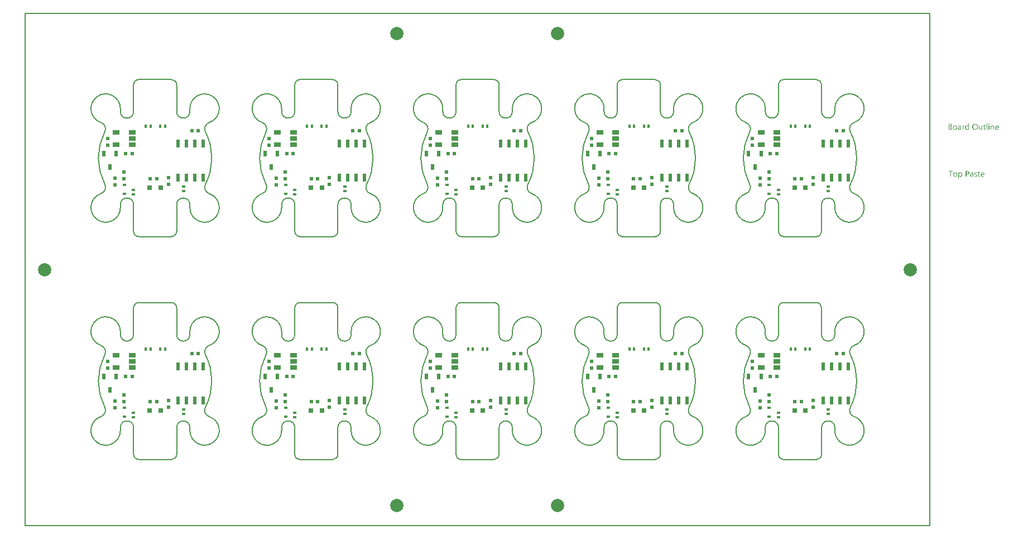
<source format=gtp>
G04*
G04 #@! TF.GenerationSoftware,Altium Limited,Altium Designer,21.8.1 (53)*
G04*
G04 Layer_Color=8421504*
%FSAX25Y25*%
%MOIN*%
G70*
G04*
G04 #@! TF.SameCoordinates,B83950CB-9570-44A4-9459-7039BDA0C6D2*
G04*
G04*
G04 #@! TF.FilePolarity,Positive*
G04*
G01*
G75*
%ADD10C,0.07874*%
%ADD11R,0.02165X0.01968*%
%ADD12R,0.01968X0.02165*%
%ADD13R,0.01968X0.02165*%
%ADD14R,0.02165X0.01968*%
%ADD15R,0.02165X0.04921*%
%ADD16R,0.02362X0.03543*%
%ADD22R,0.03937X0.02756*%
%ADD26C,0.00787*%
%ADD38R,0.01280X0.02461*%
%ADD39R,0.02461X0.01280*%
%ADD40R,0.02362X0.01575*%
%ADD41R,0.02756X0.02756*%
G36*
X0556099Y0220157D02*
X0556124D01*
X0556179Y0220132D01*
X0556210Y0220114D01*
X0556241Y0220089D01*
X0556247Y0220083D01*
X0556254Y0220077D01*
X0556285Y0220040D01*
X0556309Y0219978D01*
X0556316Y0219941D01*
X0556322Y0219903D01*
Y0219897D01*
Y0219885D01*
X0556316Y0219866D01*
X0556309Y0219842D01*
X0556291Y0219780D01*
X0556266Y0219749D01*
X0556241Y0219718D01*
X0556235D01*
X0556229Y0219705D01*
X0556192Y0219681D01*
X0556136Y0219656D01*
X0556099Y0219650D01*
X0556062Y0219643D01*
X0556043D01*
X0556025Y0219650D01*
X0556000D01*
X0555938Y0219674D01*
X0555907Y0219687D01*
X0555876Y0219711D01*
Y0219718D01*
X0555864Y0219724D01*
X0555851Y0219742D01*
X0555839Y0219761D01*
X0555814Y0219823D01*
X0555808Y0219860D01*
X0555802Y0219903D01*
Y0219910D01*
Y0219922D01*
X0555808Y0219941D01*
X0555814Y0219971D01*
X0555833Y0220027D01*
X0555851Y0220058D01*
X0555876Y0220089D01*
X0555882Y0220095D01*
X0555888Y0220101D01*
X0555926Y0220126D01*
X0555987Y0220151D01*
X0556025Y0220163D01*
X0556080D01*
X0556099Y0220157D01*
D02*
G37*
G36*
X0544109Y0216493D02*
X0543707D01*
Y0216914D01*
X0543694D01*
Y0216908D01*
X0543682Y0216895D01*
X0543663Y0216870D01*
X0543645Y0216839D01*
X0543614Y0216802D01*
X0543576Y0216765D01*
X0543533Y0216722D01*
X0543484Y0216678D01*
X0543428Y0216629D01*
X0543360Y0216586D01*
X0543292Y0216548D01*
X0543211Y0216511D01*
X0543131Y0216480D01*
X0543038Y0216456D01*
X0542939Y0216443D01*
X0542834Y0216437D01*
X0542790D01*
X0542753Y0216443D01*
X0542716Y0216449D01*
X0542667Y0216456D01*
X0542561Y0216480D01*
X0542438Y0216517D01*
X0542314Y0216579D01*
X0542246Y0216617D01*
X0542190Y0216660D01*
X0542128Y0216716D01*
X0542072Y0216771D01*
Y0216777D01*
X0542060Y0216790D01*
X0542048Y0216808D01*
X0542029Y0216833D01*
X0542010Y0216864D01*
X0541986Y0216908D01*
X0541961Y0216957D01*
X0541936Y0217013D01*
X0541905Y0217075D01*
X0541880Y0217143D01*
X0541856Y0217217D01*
X0541837Y0217297D01*
X0541819Y0217384D01*
X0541806Y0217483D01*
X0541800Y0217582D01*
X0541794Y0217687D01*
Y0217694D01*
Y0217712D01*
Y0217749D01*
X0541800Y0217793D01*
X0541806Y0217842D01*
X0541812Y0217904D01*
X0541819Y0217972D01*
X0541831Y0218046D01*
X0541868Y0218207D01*
X0541924Y0218374D01*
X0541961Y0218455D01*
X0542004Y0218535D01*
X0542048Y0218610D01*
X0542103Y0218684D01*
X0542109Y0218690D01*
X0542116Y0218703D01*
X0542134Y0218721D01*
X0542159Y0218746D01*
X0542190Y0218771D01*
X0542233Y0218802D01*
X0542277Y0218839D01*
X0542326Y0218876D01*
X0542450Y0218944D01*
X0542592Y0219006D01*
X0542673Y0219024D01*
X0542759Y0219043D01*
X0542846Y0219055D01*
X0542945Y0219062D01*
X0542995D01*
X0543032Y0219055D01*
X0543069Y0219049D01*
X0543118Y0219043D01*
X0543230Y0219012D01*
X0543354Y0218963D01*
X0543415Y0218932D01*
X0543477Y0218888D01*
X0543539Y0218845D01*
X0543595Y0218789D01*
X0543645Y0218727D01*
X0543694Y0218653D01*
X0543707D01*
Y0220213D01*
X0544109D01*
Y0216493D01*
D02*
G37*
G36*
X0558377Y0219055D02*
X0558451Y0219049D01*
X0558544Y0219031D01*
X0558643Y0219000D01*
X0558748Y0218950D01*
X0558853Y0218882D01*
X0558897Y0218845D01*
X0558940Y0218795D01*
X0558952Y0218783D01*
X0558977Y0218746D01*
X0559008Y0218684D01*
X0559052Y0218597D01*
X0559089Y0218492D01*
X0559126Y0218362D01*
X0559151Y0218207D01*
X0559157Y0218028D01*
Y0216493D01*
X0558754D01*
Y0217923D01*
Y0217929D01*
Y0217960D01*
X0558748Y0217997D01*
Y0218046D01*
X0558736Y0218108D01*
X0558723Y0218176D01*
X0558705Y0218251D01*
X0558680Y0218325D01*
X0558649Y0218399D01*
X0558612Y0218467D01*
X0558563Y0218535D01*
X0558507Y0218597D01*
X0558445Y0218647D01*
X0558364Y0218684D01*
X0558278Y0218715D01*
X0558173Y0218721D01*
X0558160D01*
X0558123Y0218715D01*
X0558067Y0218709D01*
X0557999Y0218690D01*
X0557919Y0218665D01*
X0557832Y0218622D01*
X0557752Y0218566D01*
X0557671Y0218492D01*
X0557665Y0218480D01*
X0557640Y0218455D01*
X0557609Y0218405D01*
X0557572Y0218337D01*
X0557535Y0218257D01*
X0557504Y0218158D01*
X0557479Y0218046D01*
X0557473Y0217923D01*
Y0216493D01*
X0557071D01*
Y0219006D01*
X0557473D01*
Y0218585D01*
X0557485D01*
X0557492Y0218591D01*
X0557498Y0218603D01*
X0557516Y0218628D01*
X0557541Y0218659D01*
X0557566Y0218696D01*
X0557603Y0218734D01*
X0557646Y0218777D01*
X0557696Y0218826D01*
X0557752Y0218870D01*
X0557814Y0218913D01*
X0557882Y0218950D01*
X0557956Y0218987D01*
X0558030Y0219018D01*
X0558117Y0219043D01*
X0558210Y0219055D01*
X0558309Y0219062D01*
X0558346D01*
X0558377Y0219055D01*
D02*
G37*
G36*
X0541379Y0219043D02*
X0541453Y0219037D01*
X0541497Y0219024D01*
X0541528Y0219012D01*
Y0218597D01*
X0541521Y0218603D01*
X0541509Y0218610D01*
X0541484Y0218622D01*
X0541453Y0218641D01*
X0541410Y0218653D01*
X0541354Y0218665D01*
X0541292Y0218672D01*
X0541224Y0218678D01*
X0541212D01*
X0541181Y0218672D01*
X0541131Y0218665D01*
X0541076Y0218647D01*
X0541001Y0218616D01*
X0540933Y0218573D01*
X0540859Y0218511D01*
X0540791Y0218430D01*
X0540785Y0218418D01*
X0540766Y0218387D01*
X0540735Y0218331D01*
X0540704Y0218257D01*
X0540673Y0218164D01*
X0540642Y0218046D01*
X0540624Y0217916D01*
X0540618Y0217768D01*
Y0216493D01*
X0540215D01*
Y0219006D01*
X0540618D01*
Y0218486D01*
X0540630D01*
Y0218492D01*
X0540636Y0218498D01*
X0540649Y0218529D01*
X0540667Y0218579D01*
X0540698Y0218641D01*
X0540729Y0218703D01*
X0540779Y0218771D01*
X0540828Y0218839D01*
X0540890Y0218901D01*
X0540896Y0218907D01*
X0540921Y0218925D01*
X0540958Y0218950D01*
X0541008Y0218975D01*
X0541063Y0219000D01*
X0541131Y0219024D01*
X0541206Y0219043D01*
X0541286Y0219049D01*
X0541342D01*
X0541379Y0219043D01*
D02*
G37*
G36*
X0552119Y0216493D02*
X0551716D01*
Y0216889D01*
X0551704D01*
Y0216883D01*
X0551692Y0216870D01*
X0551679Y0216846D01*
X0551654Y0216821D01*
X0551599Y0216746D01*
X0551512Y0216666D01*
X0551463Y0216623D01*
X0551407Y0216579D01*
X0551345Y0216542D01*
X0551271Y0216505D01*
X0551196Y0216480D01*
X0551116Y0216456D01*
X0551023Y0216443D01*
X0550930Y0216437D01*
X0550893D01*
X0550850Y0216443D01*
X0550788Y0216456D01*
X0550720Y0216468D01*
X0550645Y0216493D01*
X0550565Y0216524D01*
X0550485Y0216573D01*
X0550398Y0216629D01*
X0550317Y0216697D01*
X0550243Y0216784D01*
X0550175Y0216889D01*
X0550113Y0217006D01*
X0550070Y0217149D01*
X0550045Y0217316D01*
X0550033Y0217403D01*
Y0217502D01*
Y0219006D01*
X0550429D01*
Y0217564D01*
Y0217557D01*
Y0217533D01*
X0550435Y0217489D01*
X0550441Y0217440D01*
X0550447Y0217378D01*
X0550460Y0217316D01*
X0550478Y0217242D01*
X0550503Y0217167D01*
X0550540Y0217093D01*
X0550577Y0217025D01*
X0550627Y0216957D01*
X0550689Y0216895D01*
X0550757Y0216846D01*
X0550837Y0216808D01*
X0550936Y0216777D01*
X0551042Y0216771D01*
X0551054D01*
X0551091Y0216777D01*
X0551147Y0216784D01*
X0551209Y0216796D01*
X0551289Y0216827D01*
X0551370Y0216864D01*
X0551450Y0216914D01*
X0551524Y0216988D01*
X0551531Y0217000D01*
X0551555Y0217025D01*
X0551586Y0217075D01*
X0551623Y0217143D01*
X0551654Y0217223D01*
X0551685Y0217322D01*
X0551710Y0217434D01*
X0551716Y0217557D01*
Y0219006D01*
X0552119D01*
Y0216493D01*
D02*
G37*
G36*
X0556254D02*
X0555851D01*
Y0219006D01*
X0556254D01*
Y0216493D01*
D02*
G37*
G36*
X0555034D02*
X0554632D01*
Y0220213D01*
X0555034D01*
Y0216493D01*
D02*
G37*
G36*
X0538655Y0219055D02*
X0538711Y0219049D01*
X0538779Y0219031D01*
X0538854Y0219012D01*
X0538934Y0218981D01*
X0539021Y0218944D01*
X0539101Y0218895D01*
X0539182Y0218832D01*
X0539256Y0218758D01*
X0539324Y0218665D01*
X0539380Y0218560D01*
X0539423Y0218436D01*
X0539448Y0218294D01*
X0539460Y0218127D01*
Y0216493D01*
X0539058D01*
Y0216883D01*
X0539045D01*
Y0216877D01*
X0539033Y0216864D01*
X0539021Y0216839D01*
X0538996Y0216815D01*
X0538934Y0216740D01*
X0538854Y0216660D01*
X0538742Y0216579D01*
X0538612Y0216505D01*
X0538532Y0216480D01*
X0538451Y0216456D01*
X0538365Y0216443D01*
X0538272Y0216437D01*
X0538235D01*
X0538210Y0216443D01*
X0538142Y0216449D01*
X0538061Y0216462D01*
X0537962Y0216487D01*
X0537869Y0216517D01*
X0537770Y0216567D01*
X0537684Y0216629D01*
X0537677Y0216641D01*
X0537653Y0216666D01*
X0537615Y0216709D01*
X0537578Y0216771D01*
X0537541Y0216846D01*
X0537504Y0216932D01*
X0537479Y0217037D01*
X0537473Y0217155D01*
Y0217161D01*
Y0217186D01*
X0537479Y0217223D01*
X0537486Y0217267D01*
X0537498Y0217322D01*
X0537516Y0217384D01*
X0537541Y0217452D01*
X0537578Y0217520D01*
X0537622Y0217595D01*
X0537677Y0217669D01*
X0537746Y0217737D01*
X0537826Y0217799D01*
X0537919Y0217861D01*
X0538030Y0217910D01*
X0538154Y0217947D01*
X0538303Y0217978D01*
X0539058Y0218084D01*
Y0218090D01*
Y0218108D01*
X0539052Y0218145D01*
Y0218183D01*
X0539039Y0218232D01*
X0539033Y0218288D01*
X0538996Y0218405D01*
X0538965Y0218461D01*
X0538934Y0218517D01*
X0538891Y0218573D01*
X0538841Y0218622D01*
X0538779Y0218665D01*
X0538711Y0218696D01*
X0538631Y0218715D01*
X0538538Y0218721D01*
X0538494D01*
X0538463Y0218715D01*
X0538420D01*
X0538377Y0218703D01*
X0538266Y0218684D01*
X0538142Y0218647D01*
X0538005Y0218591D01*
X0537931Y0218554D01*
X0537863Y0218517D01*
X0537789Y0218467D01*
X0537721Y0218412D01*
Y0218826D01*
X0537727D01*
X0537739Y0218839D01*
X0537758Y0218851D01*
X0537789Y0218864D01*
X0537820Y0218882D01*
X0537863Y0218901D01*
X0537913Y0218919D01*
X0537968Y0218944D01*
X0538092Y0218987D01*
X0538241Y0219024D01*
X0538402Y0219049D01*
X0538575Y0219062D01*
X0538612D01*
X0538655Y0219055D01*
D02*
G37*
G36*
X0532967Y0220003D02*
X0533010D01*
X0533053Y0219996D01*
X0533152Y0219984D01*
X0533270Y0219953D01*
X0533394Y0219916D01*
X0533511Y0219860D01*
X0533617Y0219786D01*
X0533623D01*
X0533629Y0219773D01*
X0533660Y0219749D01*
X0533703Y0219699D01*
X0533753Y0219631D01*
X0533796Y0219544D01*
X0533840Y0219445D01*
X0533871Y0219334D01*
X0533883Y0219272D01*
Y0219204D01*
Y0219198D01*
Y0219192D01*
Y0219154D01*
X0533877Y0219099D01*
X0533864Y0219031D01*
X0533846Y0218944D01*
X0533815Y0218857D01*
X0533778Y0218771D01*
X0533722Y0218684D01*
X0533716Y0218672D01*
X0533691Y0218647D01*
X0533654Y0218610D01*
X0533604Y0218560D01*
X0533542Y0218511D01*
X0533468Y0218455D01*
X0533375Y0218412D01*
X0533276Y0218368D01*
Y0218362D01*
X0533295D01*
X0533314Y0218356D01*
X0533332Y0218350D01*
X0533400Y0218337D01*
X0533481Y0218313D01*
X0533567Y0218275D01*
X0533660Y0218232D01*
X0533753Y0218170D01*
X0533840Y0218090D01*
X0533852Y0218077D01*
X0533877Y0218046D01*
X0533908Y0218003D01*
X0533951Y0217935D01*
X0533988Y0217848D01*
X0534025Y0217749D01*
X0534050Y0217632D01*
X0534056Y0217502D01*
Y0217495D01*
Y0217483D01*
Y0217458D01*
X0534050Y0217427D01*
X0534044Y0217390D01*
X0534038Y0217347D01*
X0534013Y0217242D01*
X0533976Y0217124D01*
X0533920Y0217000D01*
X0533883Y0216945D01*
X0533840Y0216883D01*
X0533784Y0216827D01*
X0533728Y0216771D01*
X0533722D01*
X0533716Y0216759D01*
X0533697Y0216746D01*
X0533673Y0216728D01*
X0533641Y0216709D01*
X0533598Y0216685D01*
X0533505Y0216635D01*
X0533388Y0216579D01*
X0533252Y0216536D01*
X0533091Y0216505D01*
X0533010Y0216499D01*
X0532917Y0216493D01*
X0531890D01*
Y0220009D01*
X0532936D01*
X0532967Y0220003D01*
D02*
G37*
G36*
X0553462Y0219006D02*
X0554100D01*
Y0218659D01*
X0553462D01*
Y0217242D01*
Y0217229D01*
Y0217198D01*
X0553468Y0217155D01*
X0553474Y0217099D01*
X0553499Y0216982D01*
X0553518Y0216926D01*
X0553549Y0216883D01*
X0553555Y0216877D01*
X0553567Y0216864D01*
X0553586Y0216852D01*
X0553617Y0216833D01*
X0553654Y0216808D01*
X0553703Y0216796D01*
X0553765Y0216784D01*
X0553833Y0216777D01*
X0553858D01*
X0553889Y0216784D01*
X0553926Y0216790D01*
X0554013Y0216815D01*
X0554056Y0216833D01*
X0554100Y0216858D01*
Y0216511D01*
X0554093D01*
X0554075Y0216499D01*
X0554044Y0216493D01*
X0554000Y0216480D01*
X0553945Y0216468D01*
X0553883Y0216456D01*
X0553809Y0216449D01*
X0553722Y0216443D01*
X0553691D01*
X0553660Y0216449D01*
X0553617Y0216456D01*
X0553567Y0216468D01*
X0553511Y0216480D01*
X0553456Y0216505D01*
X0553394Y0216536D01*
X0553332Y0216573D01*
X0553270Y0216623D01*
X0553214Y0216678D01*
X0553165Y0216753D01*
X0553122Y0216833D01*
X0553090Y0216932D01*
X0553066Y0217044D01*
X0553060Y0217174D01*
Y0218659D01*
X0552632D01*
Y0219006D01*
X0553060D01*
Y0219619D01*
X0553462Y0219749D01*
Y0219006D01*
D02*
G37*
G36*
X0560989Y0219055D02*
X0561032Y0219049D01*
X0561076Y0219043D01*
X0561187Y0219024D01*
X0561311Y0218981D01*
X0561435Y0218925D01*
X0561496Y0218888D01*
X0561558Y0218845D01*
X0561614Y0218795D01*
X0561670Y0218740D01*
X0561676Y0218734D01*
X0561682Y0218727D01*
X0561695Y0218709D01*
X0561713Y0218684D01*
X0561732Y0218647D01*
X0561757Y0218610D01*
X0561781Y0218566D01*
X0561806Y0218511D01*
X0561831Y0218449D01*
X0561856Y0218387D01*
X0561880Y0218313D01*
X0561899Y0218232D01*
X0561917Y0218145D01*
X0561930Y0218059D01*
X0561942Y0217960D01*
Y0217854D01*
Y0217644D01*
X0560166D01*
Y0217638D01*
Y0217625D01*
Y0217607D01*
X0560172Y0217576D01*
X0560178Y0217539D01*
Y0217502D01*
X0560197Y0217403D01*
X0560228Y0217304D01*
X0560265Y0217192D01*
X0560320Y0217087D01*
X0560389Y0216994D01*
X0560401Y0216982D01*
X0560426Y0216957D01*
X0560475Y0216926D01*
X0560543Y0216883D01*
X0560630Y0216839D01*
X0560729Y0216808D01*
X0560847Y0216784D01*
X0560983Y0216771D01*
X0561026D01*
X0561057Y0216777D01*
X0561094D01*
X0561137Y0216784D01*
X0561243Y0216808D01*
X0561360Y0216839D01*
X0561490Y0216889D01*
X0561626Y0216957D01*
X0561695Y0217000D01*
X0561763Y0217050D01*
Y0216672D01*
X0561757D01*
X0561750Y0216660D01*
X0561732Y0216654D01*
X0561701Y0216635D01*
X0561670Y0216617D01*
X0561633Y0216598D01*
X0561583Y0216579D01*
X0561534Y0216555D01*
X0561472Y0216530D01*
X0561404Y0216511D01*
X0561255Y0216474D01*
X0561082Y0216449D01*
X0560890Y0216437D01*
X0560840D01*
X0560803Y0216443D01*
X0560760Y0216449D01*
X0560704Y0216456D01*
X0560587Y0216480D01*
X0560450Y0216517D01*
X0560314Y0216579D01*
X0560246Y0216623D01*
X0560178Y0216666D01*
X0560116Y0216716D01*
X0560054Y0216777D01*
X0560048Y0216784D01*
X0560042Y0216796D01*
X0560030Y0216815D01*
X0560005Y0216839D01*
X0559986Y0216877D01*
X0559961Y0216920D01*
X0559931Y0216969D01*
X0559906Y0217025D01*
X0559875Y0217087D01*
X0559850Y0217161D01*
X0559819Y0217242D01*
X0559800Y0217328D01*
X0559782Y0217421D01*
X0559763Y0217520D01*
X0559757Y0217625D01*
X0559751Y0217737D01*
Y0217743D01*
Y0217762D01*
Y0217793D01*
X0559757Y0217836D01*
X0559763Y0217885D01*
X0559769Y0217941D01*
X0559776Y0218009D01*
X0559794Y0218077D01*
X0559831Y0218226D01*
X0559887Y0218387D01*
X0559924Y0218467D01*
X0559974Y0218542D01*
X0560023Y0218622D01*
X0560079Y0218690D01*
X0560085Y0218696D01*
X0560098Y0218709D01*
X0560116Y0218727D01*
X0560141Y0218746D01*
X0560172Y0218777D01*
X0560209Y0218808D01*
X0560258Y0218839D01*
X0560308Y0218876D01*
X0560426Y0218944D01*
X0560568Y0219006D01*
X0560648Y0219024D01*
X0560729Y0219043D01*
X0560816Y0219055D01*
X0560909Y0219062D01*
X0560958D01*
X0560989Y0219055D01*
D02*
G37*
G36*
X0547947Y0220064D02*
X0548008Y0220058D01*
X0548083Y0220046D01*
X0548163Y0220027D01*
X0548250Y0220009D01*
X0548337Y0219984D01*
X0548436Y0219953D01*
X0548528Y0219910D01*
X0548628Y0219860D01*
X0548727Y0219804D01*
X0548819Y0219736D01*
X0548912Y0219662D01*
X0548999Y0219575D01*
X0549005Y0219569D01*
X0549017Y0219551D01*
X0549042Y0219526D01*
X0549067Y0219489D01*
X0549104Y0219439D01*
X0549141Y0219377D01*
X0549178Y0219309D01*
X0549222Y0219235D01*
X0549265Y0219142D01*
X0549302Y0219049D01*
X0549339Y0218944D01*
X0549376Y0218826D01*
X0549401Y0218709D01*
X0549426Y0218579D01*
X0549438Y0218436D01*
X0549445Y0218294D01*
Y0218282D01*
Y0218257D01*
Y0218214D01*
X0549438Y0218152D01*
X0549432Y0218077D01*
X0549420Y0217997D01*
X0549407Y0217904D01*
X0549389Y0217799D01*
X0549364Y0217694D01*
X0549333Y0217582D01*
X0549296Y0217471D01*
X0549253Y0217359D01*
X0549197Y0217242D01*
X0549135Y0217137D01*
X0549067Y0217031D01*
X0548986Y0216932D01*
X0548980Y0216926D01*
X0548968Y0216914D01*
X0548937Y0216889D01*
X0548906Y0216858D01*
X0548856Y0216815D01*
X0548801Y0216777D01*
X0548739Y0216728D01*
X0548665Y0216685D01*
X0548584Y0216641D01*
X0548491Y0216592D01*
X0548392Y0216555D01*
X0548281Y0216517D01*
X0548163Y0216480D01*
X0548039Y0216456D01*
X0547909Y0216443D01*
X0547767Y0216437D01*
X0547736D01*
X0547693Y0216443D01*
X0547643D01*
X0547581Y0216449D01*
X0547507Y0216462D01*
X0547427Y0216480D01*
X0547334Y0216499D01*
X0547241Y0216524D01*
X0547142Y0216555D01*
X0547043Y0216598D01*
X0546944Y0216641D01*
X0546845Y0216697D01*
X0546746Y0216765D01*
X0546653Y0216839D01*
X0546566Y0216926D01*
X0546560Y0216932D01*
X0546548Y0216951D01*
X0546523Y0216976D01*
X0546498Y0217013D01*
X0546461Y0217062D01*
X0546424Y0217124D01*
X0546387Y0217192D01*
X0546343Y0217273D01*
X0546300Y0217359D01*
X0546263Y0217452D01*
X0546226Y0217557D01*
X0546189Y0217675D01*
X0546164Y0217793D01*
X0546139Y0217923D01*
X0546127Y0218065D01*
X0546121Y0218207D01*
Y0218220D01*
Y0218245D01*
X0546127Y0218288D01*
Y0218350D01*
X0546133Y0218418D01*
X0546145Y0218505D01*
X0546158Y0218597D01*
X0546176Y0218696D01*
X0546201Y0218802D01*
X0546232Y0218913D01*
X0546269Y0219024D01*
X0546313Y0219136D01*
X0546368Y0219247D01*
X0546430Y0219359D01*
X0546498Y0219464D01*
X0546579Y0219563D01*
X0546585Y0219569D01*
X0546597Y0219588D01*
X0546628Y0219613D01*
X0546665Y0219643D01*
X0546709Y0219681D01*
X0546764Y0219724D01*
X0546832Y0219767D01*
X0546907Y0219817D01*
X0546993Y0219866D01*
X0547086Y0219910D01*
X0547185Y0219953D01*
X0547297Y0219990D01*
X0547421Y0220021D01*
X0547550Y0220052D01*
X0547687Y0220064D01*
X0547829Y0220071D01*
X0547897D01*
X0547947Y0220064D01*
D02*
G37*
G36*
X0535919Y0219055D02*
X0535963Y0219049D01*
X0536019Y0219043D01*
X0536142Y0219018D01*
X0536285Y0218975D01*
X0536427Y0218913D01*
X0536501Y0218876D01*
X0536569Y0218832D01*
X0536637Y0218777D01*
X0536699Y0218715D01*
X0536706Y0218709D01*
X0536712Y0218696D01*
X0536730Y0218678D01*
X0536749Y0218653D01*
X0536774Y0218616D01*
X0536798Y0218573D01*
X0536829Y0218523D01*
X0536860Y0218467D01*
X0536885Y0218399D01*
X0536916Y0218331D01*
X0536941Y0218251D01*
X0536966Y0218164D01*
X0536984Y0218071D01*
X0537003Y0217972D01*
X0537009Y0217867D01*
X0537015Y0217756D01*
Y0217749D01*
Y0217731D01*
Y0217700D01*
X0537009Y0217656D01*
X0537003Y0217607D01*
X0536997Y0217545D01*
X0536984Y0217483D01*
X0536972Y0217409D01*
X0536935Y0217260D01*
X0536873Y0217099D01*
X0536836Y0217019D01*
X0536786Y0216938D01*
X0536736Y0216864D01*
X0536675Y0216796D01*
X0536668Y0216790D01*
X0536656Y0216784D01*
X0536637Y0216765D01*
X0536613Y0216740D01*
X0536576Y0216716D01*
X0536539Y0216685D01*
X0536489Y0216648D01*
X0536433Y0216617D01*
X0536371Y0216586D01*
X0536303Y0216548D01*
X0536229Y0216517D01*
X0536149Y0216493D01*
X0536062Y0216468D01*
X0535969Y0216456D01*
X0535870Y0216443D01*
X0535765Y0216437D01*
X0535709D01*
X0535672Y0216443D01*
X0535629Y0216449D01*
X0535573Y0216456D01*
X0535511Y0216468D01*
X0535443Y0216480D01*
X0535300Y0216524D01*
X0535152Y0216586D01*
X0535078Y0216623D01*
X0535009Y0216672D01*
X0534941Y0216722D01*
X0534873Y0216784D01*
X0534867Y0216790D01*
X0534861Y0216802D01*
X0534842Y0216821D01*
X0534824Y0216846D01*
X0534799Y0216883D01*
X0534768Y0216926D01*
X0534737Y0216976D01*
X0534712Y0217031D01*
X0534682Y0217099D01*
X0534651Y0217167D01*
X0534620Y0217242D01*
X0534595Y0217328D01*
X0534558Y0217514D01*
X0534551Y0217613D01*
X0534545Y0217718D01*
Y0217724D01*
Y0217749D01*
Y0217780D01*
X0534551Y0217824D01*
X0534558Y0217873D01*
X0534564Y0217935D01*
X0534576Y0218003D01*
X0534589Y0218077D01*
X0534626Y0218238D01*
X0534688Y0218399D01*
X0534731Y0218480D01*
X0534774Y0218560D01*
X0534824Y0218635D01*
X0534886Y0218703D01*
X0534892Y0218709D01*
X0534904Y0218721D01*
X0534923Y0218734D01*
X0534948Y0218758D01*
X0534985Y0218783D01*
X0535028Y0218814D01*
X0535078Y0218851D01*
X0535133Y0218882D01*
X0535195Y0218913D01*
X0535269Y0218950D01*
X0535344Y0218981D01*
X0535430Y0219006D01*
X0535517Y0219031D01*
X0535616Y0219049D01*
X0535721Y0219055D01*
X0535827Y0219062D01*
X0535882D01*
X0535919Y0219055D01*
D02*
G37*
G36*
X0539132Y0191017D02*
X0539175Y0191011D01*
X0539219Y0191005D01*
X0539330Y0190980D01*
X0539454Y0190943D01*
X0539578Y0190881D01*
X0539640Y0190844D01*
X0539702Y0190794D01*
X0539757Y0190745D01*
X0539813Y0190683D01*
X0539819Y0190677D01*
X0539825Y0190671D01*
X0539838Y0190646D01*
X0539856Y0190621D01*
X0539875Y0190590D01*
X0539900Y0190547D01*
X0539924Y0190497D01*
X0539949Y0190448D01*
X0539974Y0190386D01*
X0539999Y0190318D01*
X0540023Y0190243D01*
X0540042Y0190163D01*
X0540073Y0189983D01*
X0540085Y0189884D01*
Y0189779D01*
Y0189773D01*
Y0189754D01*
Y0189717D01*
X0540079Y0189674D01*
Y0189624D01*
X0540067Y0189562D01*
X0540061Y0189494D01*
X0540048Y0189420D01*
X0540011Y0189259D01*
X0539955Y0189092D01*
X0539918Y0189012D01*
X0539881Y0188931D01*
X0539831Y0188851D01*
X0539776Y0188776D01*
X0539770Y0188770D01*
X0539763Y0188758D01*
X0539745Y0188739D01*
X0539720Y0188721D01*
X0539689Y0188690D01*
X0539652Y0188659D01*
X0539609Y0188622D01*
X0539559Y0188591D01*
X0539503Y0188554D01*
X0539442Y0188516D01*
X0539293Y0188461D01*
X0539213Y0188436D01*
X0539132Y0188417D01*
X0539039Y0188405D01*
X0538940Y0188399D01*
X0538891D01*
X0538860Y0188405D01*
X0538816Y0188411D01*
X0538773Y0188424D01*
X0538662Y0188448D01*
X0538544Y0188498D01*
X0538476Y0188535D01*
X0538414Y0188572D01*
X0538352Y0188622D01*
X0538296Y0188677D01*
X0538235Y0188739D01*
X0538185Y0188813D01*
X0538173D01*
Y0187303D01*
X0537770D01*
Y0190968D01*
X0538173D01*
Y0190522D01*
X0538185D01*
X0538191Y0190528D01*
X0538197Y0190547D01*
X0538216Y0190571D01*
X0538241Y0190602D01*
X0538272Y0190640D01*
X0538309Y0190683D01*
X0538352Y0190726D01*
X0538408Y0190776D01*
X0538463Y0190819D01*
X0538525Y0190862D01*
X0538600Y0190906D01*
X0538674Y0190943D01*
X0538761Y0190980D01*
X0538854Y0191005D01*
X0538946Y0191017D01*
X0539052Y0191023D01*
X0539101D01*
X0539132Y0191017D01*
D02*
G37*
G36*
X0548405D02*
X0548485Y0191011D01*
X0548572Y0190999D01*
X0548671Y0190974D01*
X0548770Y0190949D01*
X0548869Y0190912D01*
Y0190503D01*
X0548856Y0190510D01*
X0548819Y0190534D01*
X0548764Y0190559D01*
X0548689Y0190596D01*
X0548597Y0190627D01*
X0548485Y0190658D01*
X0548361Y0190677D01*
X0548231Y0190683D01*
X0548163D01*
X0548101Y0190671D01*
X0548027Y0190658D01*
X0548021D01*
X0548015Y0190652D01*
X0547978Y0190640D01*
X0547928Y0190615D01*
X0547872Y0190584D01*
X0547860Y0190578D01*
X0547835Y0190553D01*
X0547804Y0190516D01*
X0547773Y0190472D01*
X0547767Y0190460D01*
X0547755Y0190429D01*
X0547742Y0190386D01*
X0547736Y0190330D01*
Y0190324D01*
Y0190312D01*
Y0190293D01*
X0547742Y0190274D01*
X0547755Y0190219D01*
X0547773Y0190163D01*
X0547780Y0190151D01*
X0547798Y0190126D01*
X0547835Y0190089D01*
X0547879Y0190045D01*
X0547885D01*
X0547891Y0190039D01*
X0547928Y0190014D01*
X0547978Y0189983D01*
X0548046Y0189953D01*
X0548052D01*
X0548064Y0189946D01*
X0548083Y0189940D01*
X0548114Y0189928D01*
X0548182Y0189903D01*
X0548269Y0189866D01*
X0548275D01*
X0548299Y0189853D01*
X0548330Y0189841D01*
X0548368Y0189829D01*
X0548467Y0189785D01*
X0548566Y0189736D01*
X0548572D01*
X0548590Y0189724D01*
X0548615Y0189711D01*
X0548646Y0189692D01*
X0548720Y0189643D01*
X0548795Y0189581D01*
X0548801Y0189575D01*
X0548813Y0189569D01*
X0548826Y0189550D01*
X0548850Y0189525D01*
X0548894Y0189463D01*
X0548937Y0189383D01*
Y0189377D01*
X0548943Y0189364D01*
X0548956Y0189340D01*
X0548962Y0189309D01*
X0548974Y0189272D01*
X0548980Y0189228D01*
X0548986Y0189123D01*
Y0189117D01*
Y0189092D01*
X0548980Y0189055D01*
X0548974Y0189012D01*
X0548968Y0188962D01*
X0548949Y0188906D01*
X0548931Y0188857D01*
X0548900Y0188801D01*
X0548894Y0188795D01*
X0548887Y0188776D01*
X0548869Y0188752D01*
X0548844Y0188721D01*
X0548813Y0188683D01*
X0548776Y0188646D01*
X0548683Y0188572D01*
X0548677Y0188566D01*
X0548659Y0188560D01*
X0548634Y0188541D01*
X0548590Y0188523D01*
X0548547Y0188498D01*
X0548491Y0188479D01*
X0548436Y0188461D01*
X0548368Y0188442D01*
X0548361D01*
X0548337Y0188436D01*
X0548299Y0188430D01*
X0548256Y0188424D01*
X0548194Y0188411D01*
X0548132Y0188405D01*
X0547990Y0188399D01*
X0547928D01*
X0547854Y0188405D01*
X0547761Y0188417D01*
X0547656Y0188436D01*
X0547544Y0188461D01*
X0547433Y0188492D01*
X0547321Y0188541D01*
Y0188974D01*
X0547328D01*
X0547334Y0188962D01*
X0547352Y0188950D01*
X0547377Y0188937D01*
X0547445Y0188900D01*
X0547538Y0188857D01*
X0547643Y0188807D01*
X0547767Y0188770D01*
X0547903Y0188745D01*
X0548046Y0188733D01*
X0548095D01*
X0548126Y0188739D01*
X0548213Y0188752D01*
X0548312Y0188776D01*
X0548405Y0188820D01*
X0548448Y0188851D01*
X0548491Y0188882D01*
X0548522Y0188925D01*
X0548547Y0188968D01*
X0548566Y0189024D01*
X0548572Y0189086D01*
Y0189092D01*
Y0189104D01*
Y0189123D01*
X0548566Y0189142D01*
X0548553Y0189197D01*
X0548528Y0189253D01*
Y0189259D01*
X0548522Y0189265D01*
X0548497Y0189296D01*
X0548460Y0189340D01*
X0548405Y0189377D01*
X0548398D01*
X0548392Y0189389D01*
X0548355Y0189408D01*
X0548299Y0189445D01*
X0548225Y0189476D01*
X0548219D01*
X0548207Y0189482D01*
X0548188Y0189494D01*
X0548157Y0189507D01*
X0548089Y0189532D01*
X0548002Y0189569D01*
X0547996D01*
X0547971Y0189581D01*
X0547940Y0189594D01*
X0547903Y0189606D01*
X0547804Y0189649D01*
X0547705Y0189699D01*
X0547699Y0189705D01*
X0547687Y0189711D01*
X0547662Y0189724D01*
X0547631Y0189742D01*
X0547563Y0189792D01*
X0547495Y0189847D01*
X0547489Y0189853D01*
X0547482Y0189860D01*
X0547464Y0189878D01*
X0547445Y0189903D01*
X0547402Y0189965D01*
X0547365Y0190039D01*
Y0190045D01*
X0547359Y0190058D01*
X0547352Y0190083D01*
X0547346Y0190113D01*
X0547340Y0190151D01*
X0547334Y0190194D01*
X0547328Y0190299D01*
Y0190305D01*
Y0190330D01*
X0547334Y0190361D01*
X0547340Y0190404D01*
X0547346Y0190454D01*
X0547365Y0190503D01*
X0547383Y0190559D01*
X0547408Y0190609D01*
X0547414Y0190615D01*
X0547421Y0190633D01*
X0547439Y0190658D01*
X0547464Y0190689D01*
X0547532Y0190763D01*
X0547618Y0190838D01*
X0547625Y0190844D01*
X0547643Y0190850D01*
X0547668Y0190869D01*
X0547711Y0190887D01*
X0547755Y0190912D01*
X0547804Y0190937D01*
X0547928Y0190974D01*
X0547934D01*
X0547959Y0190980D01*
X0547990Y0190992D01*
X0548039Y0190999D01*
X0548089Y0191011D01*
X0548151Y0191017D01*
X0548287Y0191023D01*
X0548343D01*
X0548405Y0191017D01*
D02*
G37*
G36*
X0545910D02*
X0545966Y0191011D01*
X0546034Y0190992D01*
X0546108Y0190974D01*
X0546189Y0190943D01*
X0546275Y0190906D01*
X0546356Y0190856D01*
X0546436Y0190794D01*
X0546511Y0190720D01*
X0546579Y0190627D01*
X0546634Y0190522D01*
X0546678Y0190398D01*
X0546702Y0190256D01*
X0546715Y0190089D01*
Y0188454D01*
X0546313D01*
Y0188845D01*
X0546300D01*
Y0188838D01*
X0546288Y0188826D01*
X0546275Y0188801D01*
X0546251Y0188776D01*
X0546189Y0188702D01*
X0546108Y0188622D01*
X0545997Y0188541D01*
X0545867Y0188467D01*
X0545786Y0188442D01*
X0545706Y0188417D01*
X0545619Y0188405D01*
X0545526Y0188399D01*
X0545489D01*
X0545464Y0188405D01*
X0545396Y0188411D01*
X0545316Y0188424D01*
X0545217Y0188448D01*
X0545124Y0188479D01*
X0545025Y0188529D01*
X0544938Y0188591D01*
X0544932Y0188603D01*
X0544907Y0188628D01*
X0544870Y0188671D01*
X0544833Y0188733D01*
X0544796Y0188807D01*
X0544759Y0188894D01*
X0544734Y0188999D01*
X0544728Y0189117D01*
Y0189123D01*
Y0189148D01*
X0544734Y0189185D01*
X0544740Y0189228D01*
X0544753Y0189284D01*
X0544771Y0189346D01*
X0544796Y0189414D01*
X0544833Y0189482D01*
X0544876Y0189556D01*
X0544932Y0189631D01*
X0545000Y0189699D01*
X0545081Y0189761D01*
X0545174Y0189822D01*
X0545285Y0189872D01*
X0545409Y0189909D01*
X0545557Y0189940D01*
X0546313Y0190045D01*
Y0190051D01*
Y0190070D01*
X0546306Y0190107D01*
Y0190144D01*
X0546294Y0190194D01*
X0546288Y0190250D01*
X0546251Y0190367D01*
X0546220Y0190423D01*
X0546189Y0190479D01*
X0546145Y0190534D01*
X0546096Y0190584D01*
X0546034Y0190627D01*
X0545966Y0190658D01*
X0545885Y0190677D01*
X0545792Y0190683D01*
X0545749D01*
X0545718Y0190677D01*
X0545675D01*
X0545632Y0190664D01*
X0545520Y0190646D01*
X0545396Y0190609D01*
X0545260Y0190553D01*
X0545186Y0190516D01*
X0545118Y0190479D01*
X0545044Y0190429D01*
X0544975Y0190373D01*
Y0190788D01*
X0544982D01*
X0544994Y0190800D01*
X0545013Y0190813D01*
X0545044Y0190825D01*
X0545075Y0190844D01*
X0545118Y0190862D01*
X0545167Y0190881D01*
X0545223Y0190906D01*
X0545347Y0190949D01*
X0545495Y0190986D01*
X0545656Y0191011D01*
X0545830Y0191023D01*
X0545867D01*
X0545910Y0191017D01*
D02*
G37*
G36*
X0543211Y0191964D02*
X0543261D01*
X0543310Y0191958D01*
X0543440Y0191933D01*
X0543576Y0191902D01*
X0543725Y0191853D01*
X0543867Y0191785D01*
X0543929Y0191741D01*
X0543991Y0191692D01*
X0543997D01*
X0544004Y0191680D01*
X0544022Y0191661D01*
X0544041Y0191642D01*
X0544090Y0191580D01*
X0544152Y0191494D01*
X0544208Y0191382D01*
X0544257Y0191252D01*
X0544295Y0191098D01*
X0544301Y0191011D01*
X0544307Y0190918D01*
Y0190912D01*
Y0190893D01*
Y0190869D01*
X0544301Y0190838D01*
X0544295Y0190794D01*
X0544288Y0190745D01*
X0544264Y0190627D01*
X0544220Y0190497D01*
X0544158Y0190361D01*
X0544121Y0190293D01*
X0544078Y0190225D01*
X0544022Y0190157D01*
X0543960Y0190095D01*
X0543954Y0190089D01*
X0543942Y0190083D01*
X0543923Y0190064D01*
X0543898Y0190045D01*
X0543861Y0190021D01*
X0543818Y0189996D01*
X0543768Y0189965D01*
X0543713Y0189940D01*
X0543651Y0189909D01*
X0543583Y0189878D01*
X0543502Y0189853D01*
X0543422Y0189829D01*
X0543236Y0189792D01*
X0543137Y0189785D01*
X0543032Y0189779D01*
X0542567D01*
Y0188454D01*
X0542153D01*
Y0191970D01*
X0543174D01*
X0543211Y0191964D01*
D02*
G37*
G36*
X0534329Y0191599D02*
X0533314D01*
Y0188454D01*
X0532905D01*
Y0191599D01*
X0531890D01*
Y0191970D01*
X0534329D01*
Y0191599D01*
D02*
G37*
G36*
X0550138Y0190968D02*
X0550775D01*
Y0190621D01*
X0550138D01*
Y0189204D01*
Y0189191D01*
Y0189160D01*
X0550144Y0189117D01*
X0550150Y0189061D01*
X0550175Y0188944D01*
X0550194Y0188888D01*
X0550224Y0188845D01*
X0550231Y0188838D01*
X0550243Y0188826D01*
X0550262Y0188813D01*
X0550293Y0188795D01*
X0550330Y0188770D01*
X0550379Y0188758D01*
X0550441Y0188745D01*
X0550509Y0188739D01*
X0550534D01*
X0550565Y0188745D01*
X0550602Y0188752D01*
X0550689Y0188776D01*
X0550732Y0188795D01*
X0550775Y0188820D01*
Y0188473D01*
X0550769D01*
X0550751Y0188461D01*
X0550720Y0188454D01*
X0550676Y0188442D01*
X0550621Y0188430D01*
X0550559Y0188417D01*
X0550485Y0188411D01*
X0550398Y0188405D01*
X0550367D01*
X0550336Y0188411D01*
X0550293Y0188417D01*
X0550243Y0188430D01*
X0550187Y0188442D01*
X0550132Y0188467D01*
X0550070Y0188498D01*
X0550008Y0188535D01*
X0549946Y0188584D01*
X0549890Y0188640D01*
X0549841Y0188715D01*
X0549797Y0188795D01*
X0549766Y0188894D01*
X0549742Y0189005D01*
X0549735Y0189135D01*
Y0190621D01*
X0549308D01*
Y0190968D01*
X0549735D01*
Y0191580D01*
X0550138Y0191710D01*
Y0190968D01*
D02*
G37*
G36*
X0552379Y0191017D02*
X0552422Y0191011D01*
X0552465Y0191005D01*
X0552577Y0190986D01*
X0552701Y0190943D01*
X0552824Y0190887D01*
X0552886Y0190850D01*
X0552948Y0190807D01*
X0553004Y0190757D01*
X0553060Y0190701D01*
X0553066Y0190695D01*
X0553072Y0190689D01*
X0553084Y0190671D01*
X0553103Y0190646D01*
X0553122Y0190609D01*
X0553146Y0190571D01*
X0553171Y0190528D01*
X0553196Y0190472D01*
X0553221Y0190410D01*
X0553245Y0190349D01*
X0553270Y0190274D01*
X0553289Y0190194D01*
X0553307Y0190107D01*
X0553320Y0190021D01*
X0553332Y0189921D01*
Y0189816D01*
Y0189606D01*
X0551555D01*
Y0189600D01*
Y0189587D01*
Y0189569D01*
X0551562Y0189538D01*
X0551568Y0189501D01*
Y0189463D01*
X0551586Y0189364D01*
X0551617Y0189265D01*
X0551654Y0189154D01*
X0551710Y0189049D01*
X0551778Y0188956D01*
X0551791Y0188944D01*
X0551815Y0188919D01*
X0551865Y0188888D01*
X0551933Y0188845D01*
X0552020Y0188801D01*
X0552119Y0188770D01*
X0552236Y0188745D01*
X0552373Y0188733D01*
X0552416D01*
X0552447Y0188739D01*
X0552484D01*
X0552527Y0188745D01*
X0552632Y0188770D01*
X0552750Y0188801D01*
X0552880Y0188851D01*
X0553016Y0188919D01*
X0553084Y0188962D01*
X0553152Y0189012D01*
Y0188634D01*
X0553146D01*
X0553140Y0188622D01*
X0553122Y0188615D01*
X0553090Y0188597D01*
X0553060Y0188578D01*
X0553022Y0188560D01*
X0552973Y0188541D01*
X0552923Y0188516D01*
X0552861Y0188492D01*
X0552793Y0188473D01*
X0552645Y0188436D01*
X0552471Y0188411D01*
X0552280Y0188399D01*
X0552230D01*
X0552193Y0188405D01*
X0552150Y0188411D01*
X0552094Y0188417D01*
X0551976Y0188442D01*
X0551840Y0188479D01*
X0551704Y0188541D01*
X0551636Y0188584D01*
X0551568Y0188628D01*
X0551506Y0188677D01*
X0551444Y0188739D01*
X0551438Y0188745D01*
X0551432Y0188758D01*
X0551419Y0188776D01*
X0551394Y0188801D01*
X0551376Y0188838D01*
X0551351Y0188882D01*
X0551320Y0188931D01*
X0551295Y0188987D01*
X0551264Y0189049D01*
X0551240Y0189123D01*
X0551209Y0189204D01*
X0551190Y0189290D01*
X0551172Y0189383D01*
X0551153Y0189482D01*
X0551147Y0189587D01*
X0551141Y0189699D01*
Y0189705D01*
Y0189724D01*
Y0189754D01*
X0551147Y0189798D01*
X0551153Y0189847D01*
X0551159Y0189903D01*
X0551165Y0189971D01*
X0551184Y0190039D01*
X0551221Y0190188D01*
X0551277Y0190349D01*
X0551314Y0190429D01*
X0551364Y0190503D01*
X0551413Y0190584D01*
X0551469Y0190652D01*
X0551475Y0190658D01*
X0551487Y0190671D01*
X0551506Y0190689D01*
X0551531Y0190708D01*
X0551562Y0190739D01*
X0551599Y0190770D01*
X0551648Y0190800D01*
X0551698Y0190838D01*
X0551815Y0190906D01*
X0551958Y0190968D01*
X0552038Y0190986D01*
X0552119Y0191005D01*
X0552205Y0191017D01*
X0552298Y0191023D01*
X0552348D01*
X0552379Y0191017D01*
D02*
G37*
G36*
X0536031D02*
X0536074Y0191011D01*
X0536130Y0191005D01*
X0536254Y0190980D01*
X0536396Y0190937D01*
X0536539Y0190875D01*
X0536613Y0190838D01*
X0536681Y0190794D01*
X0536749Y0190739D01*
X0536811Y0190677D01*
X0536817Y0190671D01*
X0536823Y0190658D01*
X0536842Y0190640D01*
X0536860Y0190615D01*
X0536885Y0190578D01*
X0536910Y0190534D01*
X0536941Y0190485D01*
X0536972Y0190429D01*
X0536997Y0190361D01*
X0537028Y0190293D01*
X0537052Y0190213D01*
X0537077Y0190126D01*
X0537096Y0190033D01*
X0537114Y0189934D01*
X0537120Y0189829D01*
X0537126Y0189717D01*
Y0189711D01*
Y0189692D01*
Y0189662D01*
X0537120Y0189618D01*
X0537114Y0189569D01*
X0537108Y0189507D01*
X0537096Y0189445D01*
X0537083Y0189371D01*
X0537046Y0189222D01*
X0536984Y0189061D01*
X0536947Y0188981D01*
X0536898Y0188900D01*
X0536848Y0188826D01*
X0536786Y0188758D01*
X0536780Y0188752D01*
X0536767Y0188745D01*
X0536749Y0188727D01*
X0536724Y0188702D01*
X0536687Y0188677D01*
X0536650Y0188646D01*
X0536600Y0188609D01*
X0536545Y0188578D01*
X0536483Y0188547D01*
X0536415Y0188510D01*
X0536340Y0188479D01*
X0536260Y0188454D01*
X0536173Y0188430D01*
X0536080Y0188417D01*
X0535981Y0188405D01*
X0535876Y0188399D01*
X0535820D01*
X0535783Y0188405D01*
X0535740Y0188411D01*
X0535684Y0188417D01*
X0535622Y0188430D01*
X0535554Y0188442D01*
X0535412Y0188485D01*
X0535263Y0188547D01*
X0535189Y0188584D01*
X0535121Y0188634D01*
X0535053Y0188683D01*
X0534985Y0188745D01*
X0534979Y0188752D01*
X0534972Y0188764D01*
X0534954Y0188783D01*
X0534935Y0188807D01*
X0534910Y0188845D01*
X0534879Y0188888D01*
X0534849Y0188937D01*
X0534824Y0188993D01*
X0534793Y0189061D01*
X0534762Y0189129D01*
X0534731Y0189204D01*
X0534706Y0189290D01*
X0534669Y0189476D01*
X0534663Y0189575D01*
X0534657Y0189680D01*
Y0189686D01*
Y0189711D01*
Y0189742D01*
X0534663Y0189785D01*
X0534669Y0189835D01*
X0534675Y0189897D01*
X0534688Y0189965D01*
X0534700Y0190039D01*
X0534737Y0190200D01*
X0534799Y0190361D01*
X0534842Y0190442D01*
X0534886Y0190522D01*
X0534935Y0190596D01*
X0534997Y0190664D01*
X0535003Y0190671D01*
X0535016Y0190683D01*
X0535034Y0190695D01*
X0535059Y0190720D01*
X0535096Y0190745D01*
X0535140Y0190776D01*
X0535189Y0190813D01*
X0535245Y0190844D01*
X0535307Y0190875D01*
X0535381Y0190912D01*
X0535455Y0190943D01*
X0535542Y0190968D01*
X0535629Y0190992D01*
X0535728Y0191011D01*
X0535833Y0191017D01*
X0535938Y0191023D01*
X0535994D01*
X0536031Y0191017D01*
D02*
G37*
%LPC*%
G36*
X0542995Y0218721D02*
X0542957D01*
X0542933Y0218715D01*
X0542865Y0218709D01*
X0542784Y0218690D01*
X0542691Y0218653D01*
X0542592Y0218603D01*
X0542499Y0218542D01*
X0542456Y0218498D01*
X0542413Y0218449D01*
X0542407Y0218436D01*
X0542382Y0218399D01*
X0542345Y0218337D01*
X0542308Y0218257D01*
X0542270Y0218152D01*
X0542233Y0218022D01*
X0542208Y0217873D01*
X0542202Y0217706D01*
Y0217700D01*
Y0217687D01*
Y0217663D01*
X0542208Y0217632D01*
Y0217601D01*
X0542215Y0217557D01*
X0542227Y0217458D01*
X0542252Y0217347D01*
X0542289Y0217235D01*
X0542339Y0217124D01*
X0542407Y0217019D01*
X0542419Y0217006D01*
X0542444Y0216982D01*
X0542487Y0216938D01*
X0542549Y0216895D01*
X0542629Y0216852D01*
X0542722Y0216808D01*
X0542828Y0216784D01*
X0542951Y0216771D01*
X0542982D01*
X0543007Y0216777D01*
X0543069Y0216784D01*
X0543143Y0216802D01*
X0543230Y0216833D01*
X0543323Y0216870D01*
X0543409Y0216932D01*
X0543496Y0217013D01*
X0543502Y0217025D01*
X0543527Y0217056D01*
X0543564Y0217112D01*
X0543601Y0217180D01*
X0543638Y0217267D01*
X0543676Y0217372D01*
X0543700Y0217495D01*
X0543707Y0217625D01*
Y0217997D01*
Y0218003D01*
Y0218009D01*
Y0218046D01*
X0543694Y0218102D01*
X0543682Y0218176D01*
X0543657Y0218257D01*
X0543620Y0218343D01*
X0543570Y0218430D01*
X0543502Y0218511D01*
X0543496Y0218517D01*
X0543465Y0218542D01*
X0543422Y0218579D01*
X0543366Y0218616D01*
X0543292Y0218653D01*
X0543205Y0218690D01*
X0543106Y0218715D01*
X0542995Y0218721D01*
D02*
G37*
G36*
X0539058Y0217762D02*
X0538451Y0217675D01*
X0538439D01*
X0538408Y0217669D01*
X0538358Y0217656D01*
X0538296Y0217644D01*
X0538228Y0217625D01*
X0538154Y0217601D01*
X0538092Y0217576D01*
X0538030Y0217539D01*
X0538024Y0217533D01*
X0538005Y0217520D01*
X0537987Y0217495D01*
X0537962Y0217458D01*
X0537931Y0217409D01*
X0537913Y0217347D01*
X0537894Y0217273D01*
X0537888Y0217186D01*
Y0217180D01*
Y0217155D01*
X0537894Y0217124D01*
X0537906Y0217081D01*
X0537919Y0217031D01*
X0537944Y0216982D01*
X0537975Y0216932D01*
X0538018Y0216883D01*
X0538024Y0216877D01*
X0538043Y0216864D01*
X0538074Y0216846D01*
X0538111Y0216827D01*
X0538160Y0216808D01*
X0538222Y0216790D01*
X0538290Y0216777D01*
X0538371Y0216771D01*
X0538383D01*
X0538420Y0216777D01*
X0538476Y0216784D01*
X0538544Y0216796D01*
X0538618Y0216821D01*
X0538705Y0216858D01*
X0538785Y0216914D01*
X0538860Y0216982D01*
X0538866Y0216994D01*
X0538891Y0217019D01*
X0538922Y0217062D01*
X0538959Y0217124D01*
X0538996Y0217205D01*
X0539027Y0217291D01*
X0539052Y0217396D01*
X0539058Y0217508D01*
Y0217762D01*
D02*
G37*
G36*
X0532775Y0219637D02*
X0532304D01*
Y0218498D01*
X0532781D01*
X0532843Y0218505D01*
X0532917Y0218517D01*
X0533004Y0218535D01*
X0533097Y0218566D01*
X0533177Y0218603D01*
X0533258Y0218659D01*
X0533264Y0218665D01*
X0533289Y0218690D01*
X0533320Y0218727D01*
X0533357Y0218783D01*
X0533388Y0218845D01*
X0533419Y0218925D01*
X0533443Y0219018D01*
X0533450Y0219124D01*
Y0219130D01*
Y0219148D01*
X0533443Y0219173D01*
X0533437Y0219204D01*
X0533413Y0219284D01*
X0533394Y0219334D01*
X0533363Y0219384D01*
X0533332Y0219427D01*
X0533283Y0219476D01*
X0533233Y0219520D01*
X0533165Y0219557D01*
X0533091Y0219588D01*
X0532998Y0219613D01*
X0532893Y0219631D01*
X0532775Y0219637D01*
D02*
G37*
G36*
Y0218127D02*
X0532304D01*
Y0216864D01*
X0532924D01*
X0532985Y0216870D01*
X0533072Y0216883D01*
X0533159Y0216908D01*
X0533252Y0216932D01*
X0533344Y0216976D01*
X0533425Y0217031D01*
X0533431Y0217037D01*
X0533456Y0217062D01*
X0533487Y0217099D01*
X0533524Y0217155D01*
X0533561Y0217223D01*
X0533592Y0217304D01*
X0533617Y0217403D01*
X0533623Y0217508D01*
Y0217514D01*
Y0217533D01*
X0533617Y0217564D01*
X0533611Y0217607D01*
X0533598Y0217650D01*
X0533580Y0217706D01*
X0533555Y0217762D01*
X0533518Y0217817D01*
X0533474Y0217873D01*
X0533419Y0217929D01*
X0533351Y0217985D01*
X0533264Y0218028D01*
X0533171Y0218071D01*
X0533053Y0218102D01*
X0532924Y0218121D01*
X0532775Y0218127D01*
D02*
G37*
G36*
X0560902Y0218721D02*
X0560853D01*
X0560803Y0218709D01*
X0560735Y0218696D01*
X0560661Y0218672D01*
X0560574Y0218635D01*
X0560494Y0218585D01*
X0560413Y0218517D01*
X0560407Y0218511D01*
X0560382Y0218480D01*
X0560351Y0218436D01*
X0560308Y0218374D01*
X0560265Y0218300D01*
X0560228Y0218207D01*
X0560197Y0218102D01*
X0560172Y0217985D01*
X0561527D01*
Y0217991D01*
Y0218003D01*
Y0218016D01*
Y0218040D01*
X0561521Y0218108D01*
X0561509Y0218183D01*
X0561484Y0218275D01*
X0561459Y0218362D01*
X0561416Y0218449D01*
X0561360Y0218529D01*
X0561354Y0218535D01*
X0561329Y0218560D01*
X0561292Y0218591D01*
X0561243Y0218628D01*
X0561175Y0218659D01*
X0561094Y0218690D01*
X0561007Y0218715D01*
X0560902Y0218721D01*
D02*
G37*
G36*
X0547798Y0219693D02*
X0547742D01*
X0547705Y0219687D01*
X0547656Y0219681D01*
X0547606Y0219674D01*
X0547544Y0219662D01*
X0547476Y0219643D01*
X0547334Y0219594D01*
X0547260Y0219563D01*
X0547179Y0219526D01*
X0547105Y0219476D01*
X0547030Y0219421D01*
X0546962Y0219359D01*
X0546894Y0219291D01*
X0546888Y0219284D01*
X0546882Y0219272D01*
X0546863Y0219247D01*
X0546839Y0219216D01*
X0546814Y0219179D01*
X0546789Y0219130D01*
X0546758Y0219074D01*
X0546727Y0219012D01*
X0546690Y0218938D01*
X0546659Y0218864D01*
X0546634Y0218777D01*
X0546610Y0218684D01*
X0546585Y0218585D01*
X0546566Y0218474D01*
X0546560Y0218362D01*
X0546554Y0218245D01*
Y0218238D01*
Y0218214D01*
Y0218183D01*
X0546560Y0218139D01*
X0546566Y0218084D01*
X0546572Y0218016D01*
X0546585Y0217947D01*
X0546597Y0217873D01*
X0546634Y0217706D01*
X0546696Y0217527D01*
X0546733Y0217440D01*
X0546777Y0217359D01*
X0546832Y0217273D01*
X0546888Y0217198D01*
X0546894Y0217192D01*
X0546907Y0217180D01*
X0546925Y0217161D01*
X0546950Y0217137D01*
X0546981Y0217106D01*
X0547024Y0217075D01*
X0547074Y0217037D01*
X0547123Y0217000D01*
X0547185Y0216963D01*
X0547253Y0216926D01*
X0547402Y0216864D01*
X0547489Y0216839D01*
X0547575Y0216821D01*
X0547668Y0216808D01*
X0547767Y0216802D01*
X0547823D01*
X0547866Y0216808D01*
X0547909Y0216815D01*
X0547971Y0216821D01*
X0548033Y0216833D01*
X0548101Y0216852D01*
X0548244Y0216895D01*
X0548324Y0216926D01*
X0548398Y0216963D01*
X0548473Y0217006D01*
X0548547Y0217056D01*
X0548615Y0217112D01*
X0548683Y0217180D01*
X0548689Y0217186D01*
X0548696Y0217198D01*
X0548714Y0217217D01*
X0548733Y0217248D01*
X0548764Y0217291D01*
X0548788Y0217335D01*
X0548819Y0217390D01*
X0548850Y0217452D01*
X0548881Y0217527D01*
X0548912Y0217607D01*
X0548943Y0217694D01*
X0548968Y0217786D01*
X0548986Y0217885D01*
X0549005Y0217997D01*
X0549011Y0218114D01*
X0549017Y0218238D01*
Y0218245D01*
Y0218269D01*
Y0218306D01*
X0549011Y0218350D01*
X0549005Y0218412D01*
X0548999Y0218480D01*
X0548993Y0218554D01*
X0548974Y0218635D01*
X0548937Y0218802D01*
X0548881Y0218981D01*
X0548844Y0219068D01*
X0548801Y0219154D01*
X0548745Y0219235D01*
X0548689Y0219309D01*
X0548683Y0219315D01*
X0548677Y0219328D01*
X0548659Y0219346D01*
X0548628Y0219371D01*
X0548597Y0219396D01*
X0548559Y0219433D01*
X0548510Y0219464D01*
X0548460Y0219501D01*
X0548398Y0219538D01*
X0548330Y0219569D01*
X0548256Y0219606D01*
X0548176Y0219631D01*
X0548089Y0219656D01*
X0548002Y0219674D01*
X0547903Y0219687D01*
X0547798Y0219693D01*
D02*
G37*
G36*
X0535796Y0218721D02*
X0535758D01*
X0535734Y0218715D01*
X0535660Y0218709D01*
X0535573Y0218690D01*
X0535474Y0218659D01*
X0535368Y0218610D01*
X0535269Y0218542D01*
X0535220Y0218505D01*
X0535177Y0218455D01*
X0535164Y0218443D01*
X0535140Y0218405D01*
X0535109Y0218350D01*
X0535065Y0218269D01*
X0535022Y0218164D01*
X0534991Y0218040D01*
X0534966Y0217898D01*
X0534954Y0217731D01*
Y0217724D01*
Y0217712D01*
Y0217687D01*
X0534960Y0217656D01*
Y0217619D01*
X0534966Y0217576D01*
X0534985Y0217477D01*
X0535009Y0217366D01*
X0535053Y0217248D01*
X0535109Y0217130D01*
X0535183Y0217025D01*
X0535195Y0217013D01*
X0535226Y0216988D01*
X0535276Y0216945D01*
X0535344Y0216901D01*
X0535430Y0216852D01*
X0535536Y0216808D01*
X0535660Y0216784D01*
X0535796Y0216771D01*
X0535833D01*
X0535857Y0216777D01*
X0535932Y0216784D01*
X0536019Y0216802D01*
X0536111Y0216833D01*
X0536217Y0216877D01*
X0536309Y0216938D01*
X0536396Y0217019D01*
X0536402Y0217031D01*
X0536427Y0217068D01*
X0536464Y0217124D01*
X0536501Y0217205D01*
X0536539Y0217310D01*
X0536576Y0217434D01*
X0536600Y0217576D01*
X0536607Y0217743D01*
Y0217749D01*
Y0217762D01*
Y0217786D01*
Y0217824D01*
X0536600Y0217861D01*
X0536594Y0217904D01*
X0536582Y0218009D01*
X0536557Y0218127D01*
X0536520Y0218245D01*
X0536464Y0218362D01*
X0536396Y0218467D01*
X0536384Y0218480D01*
X0536359Y0218505D01*
X0536309Y0218548D01*
X0536241Y0218597D01*
X0536155Y0218641D01*
X0536056Y0218684D01*
X0535932Y0218709D01*
X0535796Y0218721D01*
D02*
G37*
G36*
X0538952Y0190683D02*
X0538922D01*
X0538897Y0190677D01*
X0538829Y0190671D01*
X0538748Y0190652D01*
X0538662Y0190621D01*
X0538563Y0190578D01*
X0538470Y0190516D01*
X0538383Y0190435D01*
X0538377Y0190423D01*
X0538352Y0190392D01*
X0538315Y0190342D01*
X0538278Y0190268D01*
X0538241Y0190182D01*
X0538204Y0190076D01*
X0538179Y0189959D01*
X0538173Y0189829D01*
Y0189476D01*
Y0189470D01*
Y0189463D01*
X0538179Y0189426D01*
X0538185Y0189364D01*
X0538197Y0189296D01*
X0538222Y0189210D01*
X0538259Y0189123D01*
X0538309Y0189036D01*
X0538377Y0188950D01*
X0538389Y0188944D01*
X0538414Y0188919D01*
X0538457Y0188882D01*
X0538519Y0188845D01*
X0538593Y0188801D01*
X0538680Y0188770D01*
X0538779Y0188745D01*
X0538891Y0188733D01*
X0538928D01*
X0538952Y0188739D01*
X0539014Y0188745D01*
X0539101Y0188770D01*
X0539188Y0188801D01*
X0539287Y0188851D01*
X0539380Y0188919D01*
X0539423Y0188962D01*
X0539460Y0189012D01*
Y0189018D01*
X0539466Y0189024D01*
X0539479Y0189043D01*
X0539491Y0189061D01*
X0539510Y0189092D01*
X0539528Y0189129D01*
X0539565Y0189216D01*
X0539603Y0189327D01*
X0539640Y0189457D01*
X0539664Y0189612D01*
X0539671Y0189792D01*
Y0189798D01*
Y0189810D01*
Y0189829D01*
Y0189860D01*
X0539664Y0189897D01*
X0539658Y0189934D01*
X0539646Y0190027D01*
X0539621Y0190132D01*
X0539590Y0190243D01*
X0539541Y0190349D01*
X0539479Y0190442D01*
X0539472Y0190454D01*
X0539442Y0190479D01*
X0539398Y0190516D01*
X0539342Y0190565D01*
X0539268Y0190609D01*
X0539175Y0190646D01*
X0539070Y0190671D01*
X0538952Y0190683D01*
D02*
G37*
G36*
X0546313Y0189724D02*
X0545706Y0189637D01*
X0545693D01*
X0545662Y0189631D01*
X0545613Y0189618D01*
X0545551Y0189606D01*
X0545483Y0189587D01*
X0545409Y0189562D01*
X0545347Y0189538D01*
X0545285Y0189501D01*
X0545279Y0189494D01*
X0545260Y0189482D01*
X0545242Y0189457D01*
X0545217Y0189420D01*
X0545186Y0189371D01*
X0545167Y0189309D01*
X0545149Y0189234D01*
X0545143Y0189148D01*
Y0189142D01*
Y0189117D01*
X0545149Y0189086D01*
X0545161Y0189043D01*
X0545174Y0188993D01*
X0545198Y0188944D01*
X0545229Y0188894D01*
X0545272Y0188845D01*
X0545279Y0188838D01*
X0545297Y0188826D01*
X0545328Y0188807D01*
X0545365Y0188789D01*
X0545415Y0188770D01*
X0545477Y0188752D01*
X0545545Y0188739D01*
X0545625Y0188733D01*
X0545638D01*
X0545675Y0188739D01*
X0545731Y0188745D01*
X0545799Y0188758D01*
X0545873Y0188783D01*
X0545960Y0188820D01*
X0546040Y0188875D01*
X0546114Y0188944D01*
X0546121Y0188956D01*
X0546145Y0188981D01*
X0546176Y0189024D01*
X0546213Y0189086D01*
X0546251Y0189166D01*
X0546281Y0189253D01*
X0546306Y0189358D01*
X0546313Y0189470D01*
Y0189724D01*
D02*
G37*
G36*
X0543050Y0191599D02*
X0542567D01*
Y0190157D01*
X0543038D01*
X0543063Y0190163D01*
X0543100D01*
X0543143Y0190169D01*
X0543236Y0190182D01*
X0543341Y0190206D01*
X0543446Y0190237D01*
X0543552Y0190287D01*
X0543645Y0190349D01*
X0543657Y0190361D01*
X0543682Y0190386D01*
X0543719Y0190429D01*
X0543762Y0190491D01*
X0543799Y0190571D01*
X0543836Y0190664D01*
X0543861Y0190776D01*
X0543874Y0190900D01*
Y0190906D01*
Y0190930D01*
X0543867Y0190961D01*
X0543861Y0191011D01*
X0543849Y0191060D01*
X0543830Y0191122D01*
X0543806Y0191184D01*
X0543768Y0191252D01*
X0543725Y0191314D01*
X0543676Y0191376D01*
X0543607Y0191438D01*
X0543527Y0191488D01*
X0543434Y0191537D01*
X0543323Y0191568D01*
X0543193Y0191593D01*
X0543050Y0191599D01*
D02*
G37*
G36*
X0552292Y0190683D02*
X0552243D01*
X0552193Y0190671D01*
X0552125Y0190658D01*
X0552051Y0190633D01*
X0551964Y0190596D01*
X0551884Y0190547D01*
X0551803Y0190479D01*
X0551797Y0190472D01*
X0551772Y0190442D01*
X0551741Y0190398D01*
X0551698Y0190336D01*
X0551654Y0190262D01*
X0551617Y0190169D01*
X0551586Y0190064D01*
X0551562Y0189946D01*
X0552917D01*
Y0189953D01*
Y0189965D01*
Y0189977D01*
Y0190002D01*
X0552911Y0190070D01*
X0552899Y0190144D01*
X0552874Y0190237D01*
X0552849Y0190324D01*
X0552806Y0190410D01*
X0552750Y0190491D01*
X0552744Y0190497D01*
X0552719Y0190522D01*
X0552682Y0190553D01*
X0552632Y0190590D01*
X0552564Y0190621D01*
X0552484Y0190652D01*
X0552397Y0190677D01*
X0552292Y0190683D01*
D02*
G37*
G36*
X0535907D02*
X0535870D01*
X0535845Y0190677D01*
X0535771Y0190671D01*
X0535684Y0190652D01*
X0535585Y0190621D01*
X0535480Y0190571D01*
X0535381Y0190503D01*
X0535331Y0190466D01*
X0535288Y0190417D01*
X0535276Y0190404D01*
X0535251Y0190367D01*
X0535220Y0190312D01*
X0535177Y0190231D01*
X0535133Y0190126D01*
X0535102Y0190002D01*
X0535078Y0189860D01*
X0535065Y0189692D01*
Y0189686D01*
Y0189674D01*
Y0189649D01*
X0535071Y0189618D01*
Y0189581D01*
X0535078Y0189538D01*
X0535096Y0189439D01*
X0535121Y0189327D01*
X0535164Y0189210D01*
X0535220Y0189092D01*
X0535294Y0188987D01*
X0535307Y0188974D01*
X0535338Y0188950D01*
X0535387Y0188906D01*
X0535455Y0188863D01*
X0535542Y0188813D01*
X0535647Y0188770D01*
X0535771Y0188745D01*
X0535907Y0188733D01*
X0535944D01*
X0535969Y0188739D01*
X0536043Y0188745D01*
X0536130Y0188764D01*
X0536223Y0188795D01*
X0536328Y0188838D01*
X0536421Y0188900D01*
X0536508Y0188981D01*
X0536514Y0188993D01*
X0536539Y0189030D01*
X0536576Y0189086D01*
X0536613Y0189166D01*
X0536650Y0189272D01*
X0536687Y0189395D01*
X0536712Y0189538D01*
X0536718Y0189705D01*
Y0189711D01*
Y0189724D01*
Y0189748D01*
Y0189785D01*
X0536712Y0189822D01*
X0536706Y0189866D01*
X0536693Y0189971D01*
X0536668Y0190089D01*
X0536631Y0190206D01*
X0536576Y0190324D01*
X0536508Y0190429D01*
X0536495Y0190442D01*
X0536470Y0190466D01*
X0536421Y0190510D01*
X0536353Y0190559D01*
X0536266Y0190602D01*
X0536167Y0190646D01*
X0536043Y0190671D01*
X0535907Y0190683D01*
D02*
G37*
%LPD*%
D10*
X0202264Y0274016D02*
D03*
X0298524D02*
D03*
X0509055Y0132874D02*
D03*
X0298524Y-0007874D02*
D03*
X0202264D02*
D03*
X-0007874Y0132874D02*
D03*
D11*
X0065887Y0054823D02*
D03*
Y0050886D02*
D03*
X0034096Y0054527D02*
D03*
Y0050591D02*
D03*
X0029667Y0074213D02*
D03*
Y0078150D02*
D03*
X0162186Y0054823D02*
D03*
Y0050886D02*
D03*
X0130395Y0054527D02*
D03*
Y0050591D02*
D03*
X0125966Y0074213D02*
D03*
Y0078150D02*
D03*
X0258485Y0054823D02*
D03*
Y0050886D02*
D03*
X0226694Y0054527D02*
D03*
Y0050591D02*
D03*
X0222265Y0074213D02*
D03*
Y0078150D02*
D03*
X0354785Y0054823D02*
D03*
Y0050886D02*
D03*
X0322993Y0054527D02*
D03*
Y0050591D02*
D03*
X0318564Y0074213D02*
D03*
Y0078150D02*
D03*
X0451084Y0054823D02*
D03*
Y0050886D02*
D03*
X0419292Y0054527D02*
D03*
Y0050591D02*
D03*
X0414863Y0074213D02*
D03*
Y0078150D02*
D03*
X0065887Y0187894D02*
D03*
Y0183957D02*
D03*
X0034096Y0187598D02*
D03*
Y0183661D02*
D03*
X0029667Y0207283D02*
D03*
Y0211221D02*
D03*
X0162186Y0187894D02*
D03*
Y0183957D02*
D03*
X0130395Y0187598D02*
D03*
Y0183661D02*
D03*
X0125966Y0207283D02*
D03*
Y0211221D02*
D03*
X0258485Y0187894D02*
D03*
Y0183957D02*
D03*
X0226694Y0187598D02*
D03*
Y0183661D02*
D03*
X0222265Y0207283D02*
D03*
Y0211221D02*
D03*
X0354785Y0187894D02*
D03*
Y0183957D02*
D03*
X0322993Y0187598D02*
D03*
Y0183661D02*
D03*
X0318564Y0207283D02*
D03*
Y0211221D02*
D03*
X0451084Y0187894D02*
D03*
Y0183957D02*
D03*
X0419292Y0187598D02*
D03*
Y0183661D02*
D03*
X0414863Y0207283D02*
D03*
Y0211221D02*
D03*
D12*
X0054962Y0054134D02*
D03*
X0058899D02*
D03*
X0079874Y0082776D02*
D03*
X0083811D02*
D03*
X0151261Y0054134D02*
D03*
X0155198D02*
D03*
X0176174Y0082776D02*
D03*
X0180111D02*
D03*
X0247560Y0054134D02*
D03*
X0251497D02*
D03*
X0272473Y0082776D02*
D03*
X0276410D02*
D03*
X0343859Y0054134D02*
D03*
X0347796D02*
D03*
X0368772Y0082776D02*
D03*
X0372709D02*
D03*
X0440159Y0054134D02*
D03*
X0444096D02*
D03*
X0465071Y0082776D02*
D03*
X0469008D02*
D03*
X0054962Y0187205D02*
D03*
X0058899D02*
D03*
X0079874Y0215846D02*
D03*
X0083811D02*
D03*
X0151261Y0187205D02*
D03*
X0155198D02*
D03*
X0176174Y0215846D02*
D03*
X0180111D02*
D03*
X0247560Y0187205D02*
D03*
X0251497D02*
D03*
X0272473Y0215846D02*
D03*
X0276410D02*
D03*
X0343859Y0187205D02*
D03*
X0347796D02*
D03*
X0368772Y0215846D02*
D03*
X0372709D02*
D03*
X0440159Y0187205D02*
D03*
X0444096D02*
D03*
X0465071Y0215846D02*
D03*
X0469008D02*
D03*
D13*
X0040273Y0069291D02*
D03*
X0044210D02*
D03*
X0136572D02*
D03*
X0140509D02*
D03*
X0232872D02*
D03*
X0236809D02*
D03*
X0329171D02*
D03*
X0333108D02*
D03*
X0425470D02*
D03*
X0429407D02*
D03*
X0040273Y0202362D02*
D03*
X0044210D02*
D03*
X0136572D02*
D03*
X0140509D02*
D03*
X0232872D02*
D03*
X0236809D02*
D03*
X0329171D02*
D03*
X0333108D02*
D03*
X0425470D02*
D03*
X0429407D02*
D03*
D14*
X0039509Y0054331D02*
D03*
Y0058268D02*
D03*
X0135808Y0054331D02*
D03*
Y0058268D02*
D03*
X0232107Y0054331D02*
D03*
Y0058268D02*
D03*
X0328407Y0054331D02*
D03*
Y0058268D02*
D03*
X0424706Y0054331D02*
D03*
Y0058268D02*
D03*
X0039509Y0187402D02*
D03*
Y0191339D02*
D03*
X0135808Y0187402D02*
D03*
Y0191339D02*
D03*
X0232107Y0187402D02*
D03*
Y0191339D02*
D03*
X0328407Y0187402D02*
D03*
Y0191339D02*
D03*
X0424706Y0187402D02*
D03*
Y0191339D02*
D03*
D15*
X0071674Y0075295D02*
D03*
X0076674D02*
D03*
X0081674D02*
D03*
X0086674D02*
D03*
Y0055020D02*
D03*
X0081674D02*
D03*
X0076674D02*
D03*
X0071674D02*
D03*
X0167974Y0075295D02*
D03*
X0172974D02*
D03*
X0177974D02*
D03*
X0182974D02*
D03*
Y0055020D02*
D03*
X0177974D02*
D03*
X0172974D02*
D03*
X0167974D02*
D03*
X0264273Y0075295D02*
D03*
X0269273D02*
D03*
X0274273D02*
D03*
X0279273D02*
D03*
Y0055020D02*
D03*
X0274273D02*
D03*
X0269273D02*
D03*
X0264273D02*
D03*
X0360572Y0075295D02*
D03*
X0365572D02*
D03*
X0370572D02*
D03*
X0375572D02*
D03*
Y0055020D02*
D03*
X0370572D02*
D03*
X0365572D02*
D03*
X0360572D02*
D03*
X0456871Y0075295D02*
D03*
X0461871D02*
D03*
X0466871D02*
D03*
X0471871D02*
D03*
Y0055020D02*
D03*
X0466871D02*
D03*
X0461871D02*
D03*
X0456871D02*
D03*
X0071674Y0208366D02*
D03*
X0076674D02*
D03*
X0081674D02*
D03*
X0086674D02*
D03*
Y0188091D02*
D03*
X0081674D02*
D03*
X0076674D02*
D03*
X0071674D02*
D03*
X0167974Y0208366D02*
D03*
X0172974D02*
D03*
X0177974D02*
D03*
X0182974D02*
D03*
Y0188091D02*
D03*
X0177974D02*
D03*
X0172974D02*
D03*
X0167974D02*
D03*
X0264273Y0208366D02*
D03*
X0269273D02*
D03*
X0274273D02*
D03*
X0279273D02*
D03*
Y0188091D02*
D03*
X0274273D02*
D03*
X0269273D02*
D03*
X0264273D02*
D03*
X0360572Y0208366D02*
D03*
X0365572D02*
D03*
X0370572D02*
D03*
X0375572D02*
D03*
Y0188091D02*
D03*
X0370572D02*
D03*
X0365572D02*
D03*
X0360572D02*
D03*
X0456871Y0208366D02*
D03*
X0461871D02*
D03*
X0466871D02*
D03*
X0471871D02*
D03*
Y0188091D02*
D03*
X0466871D02*
D03*
X0461871D02*
D03*
X0456871D02*
D03*
D16*
X0034785Y0069193D02*
D03*
X0027304D02*
D03*
X0031044Y0061319D02*
D03*
X0131084Y0069193D02*
D03*
X0123603D02*
D03*
X0127344Y0061319D02*
D03*
X0227383Y0069193D02*
D03*
X0219903D02*
D03*
X0223643Y0061319D02*
D03*
X0323682Y0069193D02*
D03*
X0316202D02*
D03*
X0319942Y0061319D02*
D03*
X0419981Y0069193D02*
D03*
X0412501D02*
D03*
X0416241Y0061319D02*
D03*
X0034785Y0202264D02*
D03*
X0027304D02*
D03*
X0031044Y0194390D02*
D03*
X0131084Y0202264D02*
D03*
X0123603D02*
D03*
X0127344Y0194390D02*
D03*
X0227383Y0202264D02*
D03*
X0219903D02*
D03*
X0223643Y0194390D02*
D03*
X0323682Y0202264D02*
D03*
X0316202D02*
D03*
X0319942Y0194390D02*
D03*
X0419981Y0202264D02*
D03*
X0412501D02*
D03*
X0416241Y0194390D02*
D03*
D22*
X0034855Y0074508D02*
D03*
Y0081988D02*
D03*
X0044303D02*
D03*
Y0078248D02*
D03*
Y0074508D02*
D03*
X0131154D02*
D03*
Y0081988D02*
D03*
X0140603D02*
D03*
Y0078248D02*
D03*
Y0074508D02*
D03*
X0227453D02*
D03*
Y0081988D02*
D03*
X0236902D02*
D03*
Y0078248D02*
D03*
Y0074508D02*
D03*
X0323752D02*
D03*
Y0081988D02*
D03*
X0333201D02*
D03*
Y0078248D02*
D03*
Y0074508D02*
D03*
X0420051D02*
D03*
Y0081988D02*
D03*
X0429500D02*
D03*
Y0078248D02*
D03*
Y0074508D02*
D03*
X0034855Y0207579D02*
D03*
Y0215059D02*
D03*
X0044303D02*
D03*
Y0211319D02*
D03*
Y0207579D02*
D03*
X0131154D02*
D03*
Y0215059D02*
D03*
X0140603D02*
D03*
Y0211319D02*
D03*
Y0207579D02*
D03*
X0227453D02*
D03*
Y0215059D02*
D03*
X0236902D02*
D03*
Y0211319D02*
D03*
Y0207579D02*
D03*
X0323752D02*
D03*
Y0215059D02*
D03*
X0333201D02*
D03*
Y0211319D02*
D03*
Y0207579D02*
D03*
X0420051D02*
D03*
Y0215059D02*
D03*
X0429500D02*
D03*
Y0211319D02*
D03*
Y0207579D02*
D03*
D26*
X-0019685Y-0019685D02*
X0520866D01*
Y0285827D02*
X0520866Y-0019685D01*
X-0019685Y0285827D02*
X0520866D01*
X-0019685Y-0019685D02*
Y0285827D01*
X0088054Y0050882D02*
G03*
X0088054Y0082189I-0030052J0015654D01*
G01*
Y0050882D02*
G03*
X0090302Y0045327I0003492J-0001819D01*
G01*
X0078761Y0037008D02*
G03*
X0090302Y0045327I0008769J0000000D01*
G01*
X0078761Y0038780D02*
G03*
X0070887Y0038780I-0003937J0000000D01*
G01*
X0067737Y0019685D02*
G03*
X0070887Y0022835I0000004J0003145D01*
G01*
X0045139D02*
G03*
X0048289Y0019685I0003145J-0000004D01*
G01*
X0045139Y0038780D02*
G03*
X0037265Y0038780I-0003937J0000000D01*
G01*
X0025695Y0045347D02*
G03*
X0037265Y0037008I0002780J-0008339D01*
G01*
X0025695Y0045347D02*
G03*
X0027942Y0050898I-0001245J0003735D01*
G01*
X0027942Y0082173D02*
G03*
X0027942Y0050898I0030060J-0015637D01*
G01*
X0027942Y0082173D02*
G03*
X0025695Y0087724I-0003493J0001817D01*
G01*
X0037265Y0096063D02*
G03*
X0025695Y0087724I-0008790J0000000D01*
G01*
X0037265Y0094291D02*
G03*
X0045139Y0094291I0003937J0000000D01*
G01*
X0048289Y0113386D02*
G03*
X0045139Y0110236I-0000004J-0003145D01*
G01*
X0070887D02*
G03*
X0067737Y0113386I-0003145J0000004D01*
G01*
X0070887Y0094291D02*
G03*
X0078761Y0094291I0003937J0000000D01*
G01*
X0090302Y0087743D02*
G03*
X0078761Y0096063I-0002771J0008320D01*
G01*
X0090302Y0087743D02*
G03*
X0088054Y0082189I0001244J-0003735D01*
G01*
X0088054Y0050882D02*
G03*
X0088054Y0082189I-0030052J0015654D01*
G01*
Y0050882D02*
G03*
X0090302Y0045327I0003492J-0001819D01*
G01*
X0078761Y0037008D02*
G03*
X0090302Y0045327I0008769J0000000D01*
G01*
X0078761Y0038780D02*
G03*
X0070887Y0038780I-0003937J0000000D01*
G01*
X0067737Y0019685D02*
G03*
X0070887Y0022835I0000004J0003145D01*
G01*
X0045139D02*
G03*
X0048289Y0019685I0003145J-0000004D01*
G01*
X0045139Y0038780D02*
G03*
X0037265Y0038780I-0003937J0000000D01*
G01*
X0025695Y0045347D02*
G03*
X0037265Y0037008I0002780J-0008339D01*
G01*
X0025695Y0045347D02*
G03*
X0027942Y0050898I-0001245J0003735D01*
G01*
X0027942Y0082173D02*
G03*
X0027942Y0050898I0030060J-0015637D01*
G01*
X0027942Y0082173D02*
G03*
X0025695Y0087724I-0003493J0001817D01*
G01*
X0037265Y0096063D02*
G03*
X0025695Y0087724I-0008790J0000000D01*
G01*
X0037265Y0094291D02*
G03*
X0045139Y0094291I0003937J0000000D01*
G01*
X0048289Y0113386D02*
G03*
X0045139Y0110236I-0000004J-0003145D01*
G01*
X0070887D02*
G03*
X0067737Y0113386I-0003145J0000004D01*
G01*
X0070887Y0094291D02*
G03*
X0078761Y0094291I0003937J0000000D01*
G01*
X0090302Y0087743D02*
G03*
X0078761Y0096063I-0002771J0008320D01*
G01*
X0090302Y0087743D02*
G03*
X0088054Y0082189I0001244J-0003735D01*
G01*
X0078761Y0037008D02*
Y0038780D01*
X0070887Y0022835D02*
Y0038780D01*
X0048289Y0019685D02*
X0067737D01*
X0045139Y0022835D02*
Y0038780D01*
X0037265Y0037008D02*
Y0038780D01*
Y0094291D02*
Y0096063D01*
X0045139Y0094291D02*
Y0110236D01*
X0048289Y0113386D02*
X0067737D01*
X0070887Y0094291D02*
Y0110236D01*
X0078761Y0094291D02*
Y0096063D01*
X0078761Y0037008D02*
Y0038780D01*
X0070887Y0022835D02*
Y0038780D01*
X0048289Y0019685D02*
X0067737D01*
X0045139Y0022835D02*
Y0038780D01*
X0037265Y0037008D02*
Y0038780D01*
Y0094291D02*
Y0096063D01*
X0045139Y0094291D02*
Y0110236D01*
X0048289Y0113386D02*
X0067737D01*
X0070887Y0094291D02*
Y0110236D01*
X0078761Y0094291D02*
Y0096063D01*
X0184353Y0050882D02*
G03*
X0184353Y0082189I-0030052J0015654D01*
G01*
Y0050882D02*
G03*
X0186601Y0045327I0003492J-0001819D01*
G01*
X0175060Y0037008D02*
G03*
X0186601Y0045327I0008769J0000000D01*
G01*
X0175060Y0038780D02*
G03*
X0167186Y0038780I-0003937J0000000D01*
G01*
X0164037Y0019685D02*
G03*
X0167186Y0022835I0000004J0003145D01*
G01*
X0141438D02*
G03*
X0144588Y0019685I0003145J-0000004D01*
G01*
X0141438Y0038780D02*
G03*
X0133564Y0038780I-0003937J0000000D01*
G01*
X0121994Y0045347D02*
G03*
X0133564Y0037008I0002780J-0008339D01*
G01*
X0121994Y0045347D02*
G03*
X0124241Y0050898I-0001245J0003735D01*
G01*
X0124241Y0082173D02*
G03*
X0124241Y0050898I0030060J-0015637D01*
G01*
X0124241Y0082173D02*
G03*
X0121994Y0087724I-0003493J0001817D01*
G01*
X0133564Y0096063D02*
G03*
X0121994Y0087724I-0008790J0000000D01*
G01*
X0133564Y0094291D02*
G03*
X0141438Y0094291I0003937J0000000D01*
G01*
X0144588Y0113386D02*
G03*
X0141438Y0110236I-0000004J-0003145D01*
G01*
X0167186D02*
G03*
X0164037Y0113386I-0003145J0000004D01*
G01*
X0167186Y0094291D02*
G03*
X0175060Y0094291I0003937J0000000D01*
G01*
X0186601Y0087743D02*
G03*
X0175060Y0096063I-0002771J0008320D01*
G01*
X0186601Y0087743D02*
G03*
X0184353Y0082189I0001244J-0003735D01*
G01*
X0184353Y0050882D02*
G03*
X0184353Y0082189I-0030052J0015654D01*
G01*
Y0050882D02*
G03*
X0186601Y0045327I0003492J-0001819D01*
G01*
X0175060Y0037008D02*
G03*
X0186601Y0045327I0008769J0000000D01*
G01*
X0175060Y0038780D02*
G03*
X0167186Y0038780I-0003937J0000000D01*
G01*
X0164037Y0019685D02*
G03*
X0167186Y0022835I0000004J0003145D01*
G01*
X0141438D02*
G03*
X0144588Y0019685I0003145J-0000004D01*
G01*
X0141438Y0038780D02*
G03*
X0133564Y0038780I-0003937J0000000D01*
G01*
X0121994Y0045347D02*
G03*
X0133564Y0037008I0002780J-0008339D01*
G01*
X0121994Y0045347D02*
G03*
X0124241Y0050898I-0001245J0003735D01*
G01*
X0124241Y0082173D02*
G03*
X0124241Y0050898I0030060J-0015637D01*
G01*
X0124241Y0082173D02*
G03*
X0121994Y0087724I-0003493J0001817D01*
G01*
X0133564Y0096063D02*
G03*
X0121994Y0087724I-0008790J0000000D01*
G01*
X0133564Y0094291D02*
G03*
X0141438Y0094291I0003937J0000000D01*
G01*
X0144588Y0113386D02*
G03*
X0141438Y0110236I-0000004J-0003145D01*
G01*
X0167186D02*
G03*
X0164037Y0113386I-0003145J0000004D01*
G01*
X0167186Y0094291D02*
G03*
X0175060Y0094291I0003937J0000000D01*
G01*
X0186601Y0087743D02*
G03*
X0175060Y0096063I-0002771J0008320D01*
G01*
X0186601Y0087743D02*
G03*
X0184353Y0082189I0001244J-0003735D01*
G01*
X0175060Y0037008D02*
Y0038780D01*
X0167186Y0022835D02*
Y0038780D01*
X0144588Y0019685D02*
X0164037D01*
X0141438Y0022835D02*
Y0038780D01*
X0133564Y0037008D02*
Y0038780D01*
Y0094291D02*
Y0096063D01*
X0141438Y0094291D02*
Y0110236D01*
X0144588Y0113386D02*
X0164037D01*
X0167186Y0094291D02*
Y0110236D01*
X0175060Y0094291D02*
Y0096063D01*
X0175060Y0037008D02*
Y0038780D01*
X0167186Y0022835D02*
Y0038780D01*
X0144588Y0019685D02*
X0164037D01*
X0141438Y0022835D02*
Y0038780D01*
X0133564Y0037008D02*
Y0038780D01*
Y0094291D02*
Y0096063D01*
X0141438Y0094291D02*
Y0110236D01*
X0144588Y0113386D02*
X0164037D01*
X0167186Y0094291D02*
Y0110236D01*
X0175060Y0094291D02*
Y0096063D01*
X0280653Y0050882D02*
G03*
X0280653Y0082189I-0030052J0015654D01*
G01*
Y0050882D02*
G03*
X0282900Y0045327I0003492J-0001819D01*
G01*
X0271359Y0037008D02*
G03*
X0282900Y0045327I0008769J0000000D01*
G01*
X0271359Y0038780D02*
G03*
X0263485Y0038780I-0003937J0000000D01*
G01*
X0260336Y0019685D02*
G03*
X0263485Y0022835I0000004J0003145D01*
G01*
X0237737D02*
G03*
X0240887Y0019685I0003145J-0000004D01*
G01*
X0237737Y0038780D02*
G03*
X0229863Y0038780I-0003937J0000000D01*
G01*
X0218293Y0045347D02*
G03*
X0229863Y0037008I0002780J-0008339D01*
G01*
X0218293Y0045347D02*
G03*
X0220541Y0050898I-0001245J0003735D01*
G01*
X0220541Y0082173D02*
G03*
X0220541Y0050898I0030060J-0015637D01*
G01*
X0220541Y0082173D02*
G03*
X0218293Y0087724I-0003493J0001817D01*
G01*
X0229863Y0096063D02*
G03*
X0218293Y0087724I-0008790J0000000D01*
G01*
X0229863Y0094291D02*
G03*
X0237737Y0094291I0003937J0000000D01*
G01*
X0240887Y0113386D02*
G03*
X0237737Y0110236I-0000004J-0003145D01*
G01*
X0263485D02*
G03*
X0260336Y0113386I-0003145J0000004D01*
G01*
X0263485Y0094291D02*
G03*
X0271359Y0094291I0003937J0000000D01*
G01*
X0282900Y0087743D02*
G03*
X0271359Y0096063I-0002771J0008320D01*
G01*
X0282900Y0087743D02*
G03*
X0280653Y0082189I0001244J-0003735D01*
G01*
X0280653Y0050882D02*
G03*
X0280653Y0082189I-0030052J0015654D01*
G01*
Y0050882D02*
G03*
X0282900Y0045327I0003492J-0001819D01*
G01*
X0271359Y0037008D02*
G03*
X0282900Y0045327I0008769J0000000D01*
G01*
X0271359Y0038780D02*
G03*
X0263485Y0038780I-0003937J0000000D01*
G01*
X0260336Y0019685D02*
G03*
X0263485Y0022835I0000004J0003145D01*
G01*
X0237737D02*
G03*
X0240887Y0019685I0003145J-0000004D01*
G01*
X0237737Y0038780D02*
G03*
X0229863Y0038780I-0003937J0000000D01*
G01*
X0218293Y0045347D02*
G03*
X0229863Y0037008I0002780J-0008339D01*
G01*
X0218293Y0045347D02*
G03*
X0220541Y0050898I-0001245J0003735D01*
G01*
X0220541Y0082173D02*
G03*
X0220541Y0050898I0030060J-0015637D01*
G01*
X0220541Y0082173D02*
G03*
X0218293Y0087724I-0003493J0001817D01*
G01*
X0229863Y0096063D02*
G03*
X0218293Y0087724I-0008790J0000000D01*
G01*
X0229863Y0094291D02*
G03*
X0237737Y0094291I0003937J0000000D01*
G01*
X0240887Y0113386D02*
G03*
X0237737Y0110236I-0000004J-0003145D01*
G01*
X0263485D02*
G03*
X0260336Y0113386I-0003145J0000004D01*
G01*
X0263485Y0094291D02*
G03*
X0271359Y0094291I0003937J0000000D01*
G01*
X0282900Y0087743D02*
G03*
X0271359Y0096063I-0002771J0008320D01*
G01*
X0282900Y0087743D02*
G03*
X0280653Y0082189I0001244J-0003735D01*
G01*
X0271359Y0037008D02*
Y0038780D01*
X0263485Y0022835D02*
Y0038780D01*
X0240887Y0019685D02*
X0260336D01*
X0237737Y0022835D02*
Y0038780D01*
X0229863Y0037008D02*
Y0038780D01*
Y0094291D02*
Y0096063D01*
X0237737Y0094291D02*
Y0110236D01*
X0240887Y0113386D02*
X0260336D01*
X0263485Y0094291D02*
Y0110236D01*
X0271359Y0094291D02*
Y0096063D01*
X0271359Y0037008D02*
Y0038780D01*
X0263485Y0022835D02*
Y0038780D01*
X0240887Y0019685D02*
X0260336D01*
X0237737Y0022835D02*
Y0038780D01*
X0229863Y0037008D02*
Y0038780D01*
Y0094291D02*
Y0096063D01*
X0237737Y0094291D02*
Y0110236D01*
X0240887Y0113386D02*
X0260336D01*
X0263485Y0094291D02*
Y0110236D01*
X0271359Y0094291D02*
Y0096063D01*
X0376952Y0050882D02*
G03*
X0376952Y0082189I-0030052J0015654D01*
G01*
Y0050882D02*
G03*
X0379199Y0045327I0003492J-0001819D01*
G01*
X0367659Y0037008D02*
G03*
X0379199Y0045327I0008769J0000000D01*
G01*
X0367659Y0038780D02*
G03*
X0359785Y0038780I-0003937J0000000D01*
G01*
X0356635Y0019685D02*
G03*
X0359785Y0022835I0000004J0003145D01*
G01*
X0334037D02*
G03*
X0337186Y0019685I0003145J-0000004D01*
G01*
X0334037Y0038780D02*
G03*
X0326163Y0038780I-0003937J0000000D01*
G01*
X0314592Y0045347D02*
G03*
X0326163Y0037008I0002780J-0008339D01*
G01*
X0314592Y0045347D02*
G03*
X0316840Y0050898I-0001245J0003735D01*
G01*
X0316840Y0082173D02*
G03*
X0316840Y0050898I0030060J-0015637D01*
G01*
X0316840Y0082173D02*
G03*
X0314592Y0087724I-0003493J0001817D01*
G01*
X0326163Y0096063D02*
G03*
X0314592Y0087724I-0008790J0000000D01*
G01*
X0326163Y0094291D02*
G03*
X0334037Y0094291I0003937J0000000D01*
G01*
X0337186Y0113386D02*
G03*
X0334037Y0110236I-0000004J-0003145D01*
G01*
X0359785D02*
G03*
X0356635Y0113386I-0003145J0000004D01*
G01*
X0359785Y0094291D02*
G03*
X0367659Y0094291I0003937J0000000D01*
G01*
X0379199Y0087743D02*
G03*
X0367659Y0096063I-0002771J0008320D01*
G01*
X0379199Y0087743D02*
G03*
X0376952Y0082189I0001244J-0003735D01*
G01*
X0376952Y0050882D02*
G03*
X0376952Y0082189I-0030052J0015654D01*
G01*
Y0050882D02*
G03*
X0379199Y0045327I0003492J-0001819D01*
G01*
X0367659Y0037008D02*
G03*
X0379199Y0045327I0008769J0000000D01*
G01*
X0367659Y0038780D02*
G03*
X0359785Y0038780I-0003937J0000000D01*
G01*
X0356635Y0019685D02*
G03*
X0359785Y0022835I0000004J0003145D01*
G01*
X0334037D02*
G03*
X0337186Y0019685I0003145J-0000004D01*
G01*
X0334037Y0038780D02*
G03*
X0326163Y0038780I-0003937J0000000D01*
G01*
X0314592Y0045347D02*
G03*
X0326163Y0037008I0002780J-0008339D01*
G01*
X0314592Y0045347D02*
G03*
X0316840Y0050898I-0001245J0003735D01*
G01*
X0316840Y0082173D02*
G03*
X0316840Y0050898I0030060J-0015637D01*
G01*
X0316840Y0082173D02*
G03*
X0314592Y0087724I-0003493J0001817D01*
G01*
X0326163Y0096063D02*
G03*
X0314592Y0087724I-0008790J0000000D01*
G01*
X0326163Y0094291D02*
G03*
X0334037Y0094291I0003937J0000000D01*
G01*
X0337186Y0113386D02*
G03*
X0334037Y0110236I-0000004J-0003145D01*
G01*
X0359785D02*
G03*
X0356635Y0113386I-0003145J0000004D01*
G01*
X0359785Y0094291D02*
G03*
X0367659Y0094291I0003937J0000000D01*
G01*
X0379199Y0087743D02*
G03*
X0367659Y0096063I-0002771J0008320D01*
G01*
X0379199Y0087743D02*
G03*
X0376952Y0082189I0001244J-0003735D01*
G01*
X0367659Y0037008D02*
Y0038780D01*
X0359785Y0022835D02*
Y0038780D01*
X0337186Y0019685D02*
X0356635D01*
X0334037Y0022835D02*
Y0038780D01*
X0326163Y0037008D02*
Y0038780D01*
Y0094291D02*
Y0096063D01*
X0334037Y0094291D02*
Y0110236D01*
X0337186Y0113386D02*
X0356635D01*
X0359785Y0094291D02*
Y0110236D01*
X0367659Y0094291D02*
Y0096063D01*
X0367659Y0037008D02*
Y0038780D01*
X0359785Y0022835D02*
Y0038780D01*
X0337186Y0019685D02*
X0356635D01*
X0334037Y0022835D02*
Y0038780D01*
X0326163Y0037008D02*
Y0038780D01*
Y0094291D02*
Y0096063D01*
X0334037Y0094291D02*
Y0110236D01*
X0337186Y0113386D02*
X0356635D01*
X0359785Y0094291D02*
Y0110236D01*
X0367659Y0094291D02*
Y0096063D01*
X0473251Y0050882D02*
G03*
X0473251Y0082189I-0030052J0015654D01*
G01*
Y0050882D02*
G03*
X0475498Y0045327I0003492J-0001819D01*
G01*
X0463958Y0037008D02*
G03*
X0475498Y0045327I0008769J0000000D01*
G01*
X0463958Y0038780D02*
G03*
X0456084Y0038780I-0003937J0000000D01*
G01*
X0452934Y0019685D02*
G03*
X0456084Y0022835I0000004J0003145D01*
G01*
X0430336D02*
G03*
X0433485Y0019685I0003145J-0000004D01*
G01*
X0430336Y0038780D02*
G03*
X0422462Y0038780I-0003937J0000000D01*
G01*
X0410892Y0045347D02*
G03*
X0422462Y0037008I0002780J-0008339D01*
G01*
X0410892Y0045347D02*
G03*
X0413139Y0050898I-0001245J0003735D01*
G01*
X0413139Y0082173D02*
G03*
X0413139Y0050898I0030060J-0015637D01*
G01*
X0413139Y0082173D02*
G03*
X0410892Y0087724I-0003493J0001817D01*
G01*
X0422462Y0096063D02*
G03*
X0410892Y0087724I-0008790J0000000D01*
G01*
X0422462Y0094291D02*
G03*
X0430336Y0094291I0003937J0000000D01*
G01*
X0433485Y0113386D02*
G03*
X0430336Y0110236I-0000004J-0003145D01*
G01*
X0456084D02*
G03*
X0452934Y0113386I-0003145J0000004D01*
G01*
X0456084Y0094291D02*
G03*
X0463958Y0094291I0003937J0000000D01*
G01*
X0475498Y0087743D02*
G03*
X0463958Y0096063I-0002771J0008320D01*
G01*
X0475498Y0087743D02*
G03*
X0473251Y0082189I0001244J-0003735D01*
G01*
X0473251Y0050882D02*
G03*
X0473251Y0082189I-0030052J0015654D01*
G01*
Y0050882D02*
G03*
X0475498Y0045327I0003492J-0001819D01*
G01*
X0463958Y0037008D02*
G03*
X0475498Y0045327I0008769J0000000D01*
G01*
X0463958Y0038780D02*
G03*
X0456084Y0038780I-0003937J0000000D01*
G01*
X0452934Y0019685D02*
G03*
X0456084Y0022835I0000004J0003145D01*
G01*
X0430336D02*
G03*
X0433485Y0019685I0003145J-0000004D01*
G01*
X0430336Y0038780D02*
G03*
X0422462Y0038780I-0003937J0000000D01*
G01*
X0410892Y0045347D02*
G03*
X0422462Y0037008I0002780J-0008339D01*
G01*
X0410892Y0045347D02*
G03*
X0413139Y0050898I-0001245J0003735D01*
G01*
X0413139Y0082173D02*
G03*
X0413139Y0050898I0030060J-0015637D01*
G01*
X0413139Y0082173D02*
G03*
X0410892Y0087724I-0003493J0001817D01*
G01*
X0422462Y0096063D02*
G03*
X0410892Y0087724I-0008790J0000000D01*
G01*
X0422462Y0094291D02*
G03*
X0430336Y0094291I0003937J0000000D01*
G01*
X0433485Y0113386D02*
G03*
X0430336Y0110236I-0000004J-0003145D01*
G01*
X0456084D02*
G03*
X0452934Y0113386I-0003145J0000004D01*
G01*
X0456084Y0094291D02*
G03*
X0463958Y0094291I0003937J0000000D01*
G01*
X0475498Y0087743D02*
G03*
X0463958Y0096063I-0002771J0008320D01*
G01*
X0475498Y0087743D02*
G03*
X0473251Y0082189I0001244J-0003735D01*
G01*
X0463958Y0037008D02*
Y0038780D01*
X0456084Y0022835D02*
Y0038780D01*
X0433485Y0019685D02*
X0452934D01*
X0430336Y0022835D02*
Y0038780D01*
X0422462Y0037008D02*
Y0038780D01*
Y0094291D02*
Y0096063D01*
X0430336Y0094291D02*
Y0110236D01*
X0433485Y0113386D02*
X0452934D01*
X0456084Y0094291D02*
Y0110236D01*
X0463958Y0094291D02*
Y0096063D01*
X0463958Y0037008D02*
Y0038780D01*
X0456084Y0022835D02*
Y0038780D01*
X0433485Y0019685D02*
X0452934D01*
X0430336Y0022835D02*
Y0038780D01*
X0422462Y0037008D02*
Y0038780D01*
Y0094291D02*
Y0096063D01*
X0430336Y0094291D02*
Y0110236D01*
X0433485Y0113386D02*
X0452934D01*
X0456084Y0094291D02*
Y0110236D01*
X0463958Y0094291D02*
Y0096063D01*
X0088054Y0183952D02*
G03*
X0088054Y0215260I-0030052J0015654D01*
G01*
Y0183952D02*
G03*
X0090302Y0178398I0003492J-0001819D01*
G01*
X0078761Y0170079D02*
G03*
X0090302Y0178398I0008769J0000000D01*
G01*
X0078761Y0171850D02*
G03*
X0070887Y0171850I-0003937J0000000D01*
G01*
X0067737Y0152756D02*
G03*
X0070887Y0155905I0000004J0003145D01*
G01*
X0045139D02*
G03*
X0048289Y0152756I0003145J-0000004D01*
G01*
X0045139Y0171850D02*
G03*
X0037265Y0171850I-0003937J0000000D01*
G01*
X0025695Y0178417D02*
G03*
X0037265Y0170079I0002780J-0008339D01*
G01*
X0025695Y0178417D02*
G03*
X0027942Y0183969I-0001245J0003735D01*
G01*
X0027942Y0215243D02*
G03*
X0027942Y0183969I0030060J-0015637D01*
G01*
X0027942Y0215243D02*
G03*
X0025695Y0220795I-0003493J0001817D01*
G01*
X0037265Y0229134D02*
G03*
X0025695Y0220795I-0008790J0000000D01*
G01*
X0037265Y0227362D02*
G03*
X0045139Y0227362I0003937J0000000D01*
G01*
X0048289Y0246457D02*
G03*
X0045139Y0243307I-0000004J-0003145D01*
G01*
X0070887D02*
G03*
X0067737Y0246457I-0003145J0000004D01*
G01*
X0070887Y0227362D02*
G03*
X0078761Y0227362I0003937J0000000D01*
G01*
X0090302Y0220814D02*
G03*
X0078761Y0229134I-0002771J0008320D01*
G01*
X0090302Y0220814D02*
G03*
X0088054Y0215260I0001244J-0003735D01*
G01*
X0088054Y0183952D02*
G03*
X0088054Y0215260I-0030052J0015654D01*
G01*
Y0183952D02*
G03*
X0090302Y0178398I0003492J-0001819D01*
G01*
X0078761Y0170079D02*
G03*
X0090302Y0178398I0008769J0000000D01*
G01*
X0078761Y0171850D02*
G03*
X0070887Y0171850I-0003937J0000000D01*
G01*
X0067737Y0152756D02*
G03*
X0070887Y0155905I0000004J0003145D01*
G01*
X0045139D02*
G03*
X0048289Y0152756I0003145J-0000004D01*
G01*
X0045139Y0171850D02*
G03*
X0037265Y0171850I-0003937J0000000D01*
G01*
X0025695Y0178417D02*
G03*
X0037265Y0170079I0002780J-0008339D01*
G01*
X0025695Y0178417D02*
G03*
X0027942Y0183969I-0001245J0003735D01*
G01*
X0027942Y0215243D02*
G03*
X0027942Y0183969I0030060J-0015637D01*
G01*
X0027942Y0215243D02*
G03*
X0025695Y0220795I-0003493J0001817D01*
G01*
X0037265Y0229134D02*
G03*
X0025695Y0220795I-0008790J0000000D01*
G01*
X0037265Y0227362D02*
G03*
X0045139Y0227362I0003937J0000000D01*
G01*
X0048289Y0246457D02*
G03*
X0045139Y0243307I-0000004J-0003145D01*
G01*
X0070887D02*
G03*
X0067737Y0246457I-0003145J0000004D01*
G01*
X0070887Y0227362D02*
G03*
X0078761Y0227362I0003937J0000000D01*
G01*
X0090302Y0220814D02*
G03*
X0078761Y0229134I-0002771J0008320D01*
G01*
X0090302Y0220814D02*
G03*
X0088054Y0215260I0001244J-0003735D01*
G01*
X0078761Y0170079D02*
Y0171850D01*
X0070887Y0155905D02*
Y0171850D01*
X0048289Y0152756D02*
X0067737D01*
X0045139Y0155905D02*
Y0171850D01*
X0037265Y0170079D02*
Y0171850D01*
Y0227362D02*
Y0229134D01*
X0045139Y0227362D02*
Y0243307D01*
X0048289Y0246457D02*
X0067737D01*
X0070887Y0227362D02*
Y0243307D01*
X0078761Y0227362D02*
Y0229134D01*
X0078761Y0170079D02*
Y0171850D01*
X0070887Y0155905D02*
Y0171850D01*
X0048289Y0152756D02*
X0067737D01*
X0045139Y0155905D02*
Y0171850D01*
X0037265Y0170079D02*
Y0171850D01*
Y0227362D02*
Y0229134D01*
X0045139Y0227362D02*
Y0243307D01*
X0048289Y0246457D02*
X0067737D01*
X0070887Y0227362D02*
Y0243307D01*
X0078761Y0227362D02*
Y0229134D01*
X0184353Y0183952D02*
G03*
X0184353Y0215260I-0030052J0015654D01*
G01*
Y0183952D02*
G03*
X0186601Y0178398I0003492J-0001819D01*
G01*
X0175060Y0170079D02*
G03*
X0186601Y0178398I0008769J0000000D01*
G01*
X0175060Y0171850D02*
G03*
X0167186Y0171850I-0003937J0000000D01*
G01*
X0164037Y0152756D02*
G03*
X0167186Y0155905I0000004J0003145D01*
G01*
X0141438D02*
G03*
X0144588Y0152756I0003145J-0000004D01*
G01*
X0141438Y0171850D02*
G03*
X0133564Y0171850I-0003937J0000000D01*
G01*
X0121994Y0178417D02*
G03*
X0133564Y0170079I0002780J-0008339D01*
G01*
X0121994Y0178417D02*
G03*
X0124241Y0183969I-0001245J0003735D01*
G01*
X0124241Y0215243D02*
G03*
X0124241Y0183969I0030060J-0015637D01*
G01*
X0124241Y0215243D02*
G03*
X0121994Y0220795I-0003493J0001817D01*
G01*
X0133564Y0229134D02*
G03*
X0121994Y0220795I-0008790J0000000D01*
G01*
X0133564Y0227362D02*
G03*
X0141438Y0227362I0003937J0000000D01*
G01*
X0144588Y0246457D02*
G03*
X0141438Y0243307I-0000004J-0003145D01*
G01*
X0167186D02*
G03*
X0164037Y0246457I-0003145J0000004D01*
G01*
X0167186Y0227362D02*
G03*
X0175060Y0227362I0003937J0000000D01*
G01*
X0186601Y0220814D02*
G03*
X0175060Y0229134I-0002771J0008320D01*
G01*
X0186601Y0220814D02*
G03*
X0184353Y0215260I0001244J-0003735D01*
G01*
X0184353Y0183952D02*
G03*
X0184353Y0215260I-0030052J0015654D01*
G01*
Y0183952D02*
G03*
X0186601Y0178398I0003492J-0001819D01*
G01*
X0175060Y0170079D02*
G03*
X0186601Y0178398I0008769J0000000D01*
G01*
X0175060Y0171850D02*
G03*
X0167186Y0171850I-0003937J0000000D01*
G01*
X0164037Y0152756D02*
G03*
X0167186Y0155905I0000004J0003145D01*
G01*
X0141438D02*
G03*
X0144588Y0152756I0003145J-0000004D01*
G01*
X0141438Y0171850D02*
G03*
X0133564Y0171850I-0003937J0000000D01*
G01*
X0121994Y0178417D02*
G03*
X0133564Y0170079I0002780J-0008339D01*
G01*
X0121994Y0178417D02*
G03*
X0124241Y0183969I-0001245J0003735D01*
G01*
X0124241Y0215243D02*
G03*
X0124241Y0183969I0030060J-0015637D01*
G01*
X0124241Y0215243D02*
G03*
X0121994Y0220795I-0003493J0001817D01*
G01*
X0133564Y0229134D02*
G03*
X0121994Y0220795I-0008790J0000000D01*
G01*
X0133564Y0227362D02*
G03*
X0141438Y0227362I0003937J0000000D01*
G01*
X0144588Y0246457D02*
G03*
X0141438Y0243307I-0000004J-0003145D01*
G01*
X0167186D02*
G03*
X0164037Y0246457I-0003145J0000004D01*
G01*
X0167186Y0227362D02*
G03*
X0175060Y0227362I0003937J0000000D01*
G01*
X0186601Y0220814D02*
G03*
X0175060Y0229134I-0002771J0008320D01*
G01*
X0186601Y0220814D02*
G03*
X0184353Y0215260I0001244J-0003735D01*
G01*
X0175060Y0170079D02*
Y0171850D01*
X0167186Y0155905D02*
Y0171850D01*
X0144588Y0152756D02*
X0164037D01*
X0141438Y0155905D02*
Y0171850D01*
X0133564Y0170079D02*
Y0171850D01*
Y0227362D02*
Y0229134D01*
X0141438Y0227362D02*
Y0243307D01*
X0144588Y0246457D02*
X0164037D01*
X0167186Y0227362D02*
Y0243307D01*
X0175060Y0227362D02*
Y0229134D01*
X0175060Y0170079D02*
Y0171850D01*
X0167186Y0155905D02*
Y0171850D01*
X0144588Y0152756D02*
X0164037D01*
X0141438Y0155905D02*
Y0171850D01*
X0133564Y0170079D02*
Y0171850D01*
Y0227362D02*
Y0229134D01*
X0141438Y0227362D02*
Y0243307D01*
X0144588Y0246457D02*
X0164037D01*
X0167186Y0227362D02*
Y0243307D01*
X0175060Y0227362D02*
Y0229134D01*
X0280653Y0183952D02*
G03*
X0280653Y0215260I-0030052J0015654D01*
G01*
Y0183952D02*
G03*
X0282900Y0178398I0003492J-0001819D01*
G01*
X0271359Y0170079D02*
G03*
X0282900Y0178398I0008769J0000000D01*
G01*
X0271359Y0171850D02*
G03*
X0263485Y0171850I-0003937J0000000D01*
G01*
X0260336Y0152756D02*
G03*
X0263485Y0155905I0000004J0003145D01*
G01*
X0237737D02*
G03*
X0240887Y0152756I0003145J-0000004D01*
G01*
X0237737Y0171850D02*
G03*
X0229863Y0171850I-0003937J0000000D01*
G01*
X0218293Y0178417D02*
G03*
X0229863Y0170079I0002780J-0008339D01*
G01*
X0218293Y0178417D02*
G03*
X0220541Y0183969I-0001245J0003735D01*
G01*
X0220541Y0215243D02*
G03*
X0220541Y0183969I0030060J-0015637D01*
G01*
X0220541Y0215243D02*
G03*
X0218293Y0220795I-0003493J0001817D01*
G01*
X0229863Y0229134D02*
G03*
X0218293Y0220795I-0008790J0000000D01*
G01*
X0229863Y0227362D02*
G03*
X0237737Y0227362I0003937J0000000D01*
G01*
X0240887Y0246457D02*
G03*
X0237737Y0243307I-0000004J-0003145D01*
G01*
X0263485D02*
G03*
X0260336Y0246457I-0003145J0000004D01*
G01*
X0263485Y0227362D02*
G03*
X0271359Y0227362I0003937J0000000D01*
G01*
X0282900Y0220814D02*
G03*
X0271359Y0229134I-0002771J0008320D01*
G01*
X0282900Y0220814D02*
G03*
X0280653Y0215260I0001244J-0003735D01*
G01*
X0280653Y0183952D02*
G03*
X0280653Y0215260I-0030052J0015654D01*
G01*
Y0183952D02*
G03*
X0282900Y0178398I0003492J-0001819D01*
G01*
X0271359Y0170079D02*
G03*
X0282900Y0178398I0008769J0000000D01*
G01*
X0271359Y0171850D02*
G03*
X0263485Y0171850I-0003937J0000000D01*
G01*
X0260336Y0152756D02*
G03*
X0263485Y0155905I0000004J0003145D01*
G01*
X0237737D02*
G03*
X0240887Y0152756I0003145J-0000004D01*
G01*
X0237737Y0171850D02*
G03*
X0229863Y0171850I-0003937J0000000D01*
G01*
X0218293Y0178417D02*
G03*
X0229863Y0170079I0002780J-0008339D01*
G01*
X0218293Y0178417D02*
G03*
X0220541Y0183969I-0001245J0003735D01*
G01*
X0220541Y0215243D02*
G03*
X0220541Y0183969I0030060J-0015637D01*
G01*
X0220541Y0215243D02*
G03*
X0218293Y0220795I-0003493J0001817D01*
G01*
X0229863Y0229134D02*
G03*
X0218293Y0220795I-0008790J0000000D01*
G01*
X0229863Y0227362D02*
G03*
X0237737Y0227362I0003937J0000000D01*
G01*
X0240887Y0246457D02*
G03*
X0237737Y0243307I-0000004J-0003145D01*
G01*
X0263485D02*
G03*
X0260336Y0246457I-0003145J0000004D01*
G01*
X0263485Y0227362D02*
G03*
X0271359Y0227362I0003937J0000000D01*
G01*
X0282900Y0220814D02*
G03*
X0271359Y0229134I-0002771J0008320D01*
G01*
X0282900Y0220814D02*
G03*
X0280653Y0215260I0001244J-0003735D01*
G01*
X0271359Y0170079D02*
Y0171850D01*
X0263485Y0155905D02*
Y0171850D01*
X0240887Y0152756D02*
X0260336D01*
X0237737Y0155905D02*
Y0171850D01*
X0229863Y0170079D02*
Y0171850D01*
Y0227362D02*
Y0229134D01*
X0237737Y0227362D02*
Y0243307D01*
X0240887Y0246457D02*
X0260336D01*
X0263485Y0227362D02*
Y0243307D01*
X0271359Y0227362D02*
Y0229134D01*
X0271359Y0170079D02*
Y0171850D01*
X0263485Y0155905D02*
Y0171850D01*
X0240887Y0152756D02*
X0260336D01*
X0237737Y0155905D02*
Y0171850D01*
X0229863Y0170079D02*
Y0171850D01*
Y0227362D02*
Y0229134D01*
X0237737Y0227362D02*
Y0243307D01*
X0240887Y0246457D02*
X0260336D01*
X0263485Y0227362D02*
Y0243307D01*
X0271359Y0227362D02*
Y0229134D01*
X0376952Y0183952D02*
G03*
X0376952Y0215260I-0030052J0015654D01*
G01*
Y0183952D02*
G03*
X0379199Y0178398I0003492J-0001819D01*
G01*
X0367659Y0170079D02*
G03*
X0379199Y0178398I0008769J0000000D01*
G01*
X0367659Y0171850D02*
G03*
X0359785Y0171850I-0003937J0000000D01*
G01*
X0356635Y0152756D02*
G03*
X0359785Y0155905I0000004J0003145D01*
G01*
X0334037D02*
G03*
X0337186Y0152756I0003145J-0000004D01*
G01*
X0334037Y0171850D02*
G03*
X0326163Y0171850I-0003937J0000000D01*
G01*
X0314592Y0178417D02*
G03*
X0326163Y0170079I0002780J-0008339D01*
G01*
X0314592Y0178417D02*
G03*
X0316840Y0183969I-0001245J0003735D01*
G01*
X0316840Y0215243D02*
G03*
X0316840Y0183969I0030060J-0015637D01*
G01*
X0316840Y0215243D02*
G03*
X0314592Y0220795I-0003493J0001817D01*
G01*
X0326163Y0229134D02*
G03*
X0314592Y0220795I-0008790J0000000D01*
G01*
X0326163Y0227362D02*
G03*
X0334037Y0227362I0003937J0000000D01*
G01*
X0337186Y0246457D02*
G03*
X0334037Y0243307I-0000004J-0003145D01*
G01*
X0359785D02*
G03*
X0356635Y0246457I-0003145J0000004D01*
G01*
X0359785Y0227362D02*
G03*
X0367659Y0227362I0003937J0000000D01*
G01*
X0379199Y0220814D02*
G03*
X0367659Y0229134I-0002771J0008320D01*
G01*
X0379199Y0220814D02*
G03*
X0376952Y0215260I0001244J-0003735D01*
G01*
X0376952Y0183952D02*
G03*
X0376952Y0215260I-0030052J0015654D01*
G01*
Y0183952D02*
G03*
X0379199Y0178398I0003492J-0001819D01*
G01*
X0367659Y0170079D02*
G03*
X0379199Y0178398I0008769J0000000D01*
G01*
X0367659Y0171850D02*
G03*
X0359785Y0171850I-0003937J0000000D01*
G01*
X0356635Y0152756D02*
G03*
X0359785Y0155905I0000004J0003145D01*
G01*
X0334037D02*
G03*
X0337186Y0152756I0003145J-0000004D01*
G01*
X0334037Y0171850D02*
G03*
X0326163Y0171850I-0003937J0000000D01*
G01*
X0314592Y0178417D02*
G03*
X0326163Y0170079I0002780J-0008339D01*
G01*
X0314592Y0178417D02*
G03*
X0316840Y0183969I-0001245J0003735D01*
G01*
X0316840Y0215243D02*
G03*
X0316840Y0183969I0030060J-0015637D01*
G01*
X0316840Y0215243D02*
G03*
X0314592Y0220795I-0003493J0001817D01*
G01*
X0326163Y0229134D02*
G03*
X0314592Y0220795I-0008790J0000000D01*
G01*
X0326163Y0227362D02*
G03*
X0334037Y0227362I0003937J0000000D01*
G01*
X0337186Y0246457D02*
G03*
X0334037Y0243307I-0000004J-0003145D01*
G01*
X0359785D02*
G03*
X0356635Y0246457I-0003145J0000004D01*
G01*
X0359785Y0227362D02*
G03*
X0367659Y0227362I0003937J0000000D01*
G01*
X0379199Y0220814D02*
G03*
X0367659Y0229134I-0002771J0008320D01*
G01*
X0379199Y0220814D02*
G03*
X0376952Y0215260I0001244J-0003735D01*
G01*
X0367659Y0170079D02*
Y0171850D01*
X0359785Y0155905D02*
Y0171850D01*
X0337186Y0152756D02*
X0356635D01*
X0334037Y0155905D02*
Y0171850D01*
X0326163Y0170079D02*
Y0171850D01*
Y0227362D02*
Y0229134D01*
X0334037Y0227362D02*
Y0243307D01*
X0337186Y0246457D02*
X0356635D01*
X0359785Y0227362D02*
Y0243307D01*
X0367659Y0227362D02*
Y0229134D01*
X0367659Y0170079D02*
Y0171850D01*
X0359785Y0155905D02*
Y0171850D01*
X0337186Y0152756D02*
X0356635D01*
X0334037Y0155905D02*
Y0171850D01*
X0326163Y0170079D02*
Y0171850D01*
Y0227362D02*
Y0229134D01*
X0334037Y0227362D02*
Y0243307D01*
X0337186Y0246457D02*
X0356635D01*
X0359785Y0227362D02*
Y0243307D01*
X0367659Y0227362D02*
Y0229134D01*
X0473251Y0183952D02*
G03*
X0473251Y0215260I-0030052J0015654D01*
G01*
Y0183952D02*
G03*
X0475498Y0178398I0003492J-0001819D01*
G01*
X0463958Y0170079D02*
G03*
X0475498Y0178398I0008769J0000000D01*
G01*
X0463958Y0171850D02*
G03*
X0456084Y0171850I-0003937J0000000D01*
G01*
X0452934Y0152756D02*
G03*
X0456084Y0155905I0000004J0003145D01*
G01*
X0430336D02*
G03*
X0433485Y0152756I0003145J-0000004D01*
G01*
X0430336Y0171850D02*
G03*
X0422462Y0171850I-0003937J0000000D01*
G01*
X0410892Y0178417D02*
G03*
X0422462Y0170079I0002780J-0008339D01*
G01*
X0410892Y0178417D02*
G03*
X0413139Y0183969I-0001245J0003735D01*
G01*
X0413139Y0215243D02*
G03*
X0413139Y0183969I0030060J-0015637D01*
G01*
X0413139Y0215243D02*
G03*
X0410892Y0220795I-0003493J0001817D01*
G01*
X0422462Y0229134D02*
G03*
X0410892Y0220795I-0008790J0000000D01*
G01*
X0422462Y0227362D02*
G03*
X0430336Y0227362I0003937J0000000D01*
G01*
X0433485Y0246457D02*
G03*
X0430336Y0243307I-0000004J-0003145D01*
G01*
X0456084D02*
G03*
X0452934Y0246457I-0003145J0000004D01*
G01*
X0456084Y0227362D02*
G03*
X0463958Y0227362I0003937J0000000D01*
G01*
X0475498Y0220814D02*
G03*
X0463958Y0229134I-0002771J0008320D01*
G01*
X0475498Y0220814D02*
G03*
X0473251Y0215260I0001244J-0003735D01*
G01*
X0473251Y0183952D02*
G03*
X0473251Y0215260I-0030052J0015654D01*
G01*
Y0183952D02*
G03*
X0475498Y0178398I0003492J-0001819D01*
G01*
X0463958Y0170079D02*
G03*
X0475498Y0178398I0008769J0000000D01*
G01*
X0463958Y0171850D02*
G03*
X0456084Y0171850I-0003937J0000000D01*
G01*
X0452934Y0152756D02*
G03*
X0456084Y0155905I0000004J0003145D01*
G01*
X0430336D02*
G03*
X0433485Y0152756I0003145J-0000004D01*
G01*
X0430336Y0171850D02*
G03*
X0422462Y0171850I-0003937J0000000D01*
G01*
X0410892Y0178417D02*
G03*
X0422462Y0170079I0002780J-0008339D01*
G01*
X0410892Y0178417D02*
G03*
X0413139Y0183969I-0001245J0003735D01*
G01*
X0413139Y0215243D02*
G03*
X0413139Y0183969I0030060J-0015637D01*
G01*
X0413139Y0215243D02*
G03*
X0410892Y0220795I-0003493J0001817D01*
G01*
X0422462Y0229134D02*
G03*
X0410892Y0220795I-0008790J0000000D01*
G01*
X0422462Y0227362D02*
G03*
X0430336Y0227362I0003937J0000000D01*
G01*
X0433485Y0246457D02*
G03*
X0430336Y0243307I-0000004J-0003145D01*
G01*
X0456084D02*
G03*
X0452934Y0246457I-0003145J0000004D01*
G01*
X0456084Y0227362D02*
G03*
X0463958Y0227362I0003937J0000000D01*
G01*
X0475498Y0220814D02*
G03*
X0463958Y0229134I-0002771J0008320D01*
G01*
X0475498Y0220814D02*
G03*
X0473251Y0215260I0001244J-0003735D01*
G01*
X0463958Y0170079D02*
Y0171850D01*
X0456084Y0155905D02*
Y0171850D01*
X0433485Y0152756D02*
X0452934D01*
X0430336Y0155905D02*
Y0171850D01*
X0422462Y0170079D02*
Y0171850D01*
Y0227362D02*
Y0229134D01*
X0430336Y0227362D02*
Y0243307D01*
X0433485Y0246457D02*
X0452934D01*
X0456084Y0227362D02*
Y0243307D01*
X0463958Y0227362D02*
Y0229134D01*
X0463958Y0170079D02*
Y0171850D01*
X0456084Y0155905D02*
Y0171850D01*
X0433485Y0152756D02*
X0452934D01*
X0430336Y0155905D02*
Y0171850D01*
X0422462Y0170079D02*
Y0171850D01*
Y0227362D02*
Y0229134D01*
X0430336Y0227362D02*
Y0243307D01*
X0433485Y0246457D02*
X0452934D01*
X0456084Y0227362D02*
Y0243307D01*
X0463958Y0227362D02*
Y0229134D01*
D38*
X0061163Y0085433D02*
D03*
X0063918D02*
D03*
X0055257D02*
D03*
X0052501D02*
D03*
X0157462D02*
D03*
X0160218D02*
D03*
X0151556D02*
D03*
X0148800D02*
D03*
X0253761D02*
D03*
X0256517D02*
D03*
X0247855D02*
D03*
X0245099D02*
D03*
X0350060D02*
D03*
X0352816D02*
D03*
X0344155D02*
D03*
X0341399D02*
D03*
X0446359D02*
D03*
X0449115D02*
D03*
X0440454D02*
D03*
X0437698D02*
D03*
X0061163Y0218504D02*
D03*
X0063918D02*
D03*
X0055257D02*
D03*
X0052501D02*
D03*
X0157462D02*
D03*
X0160218D02*
D03*
X0151556D02*
D03*
X0148800D02*
D03*
X0253761D02*
D03*
X0256517D02*
D03*
X0247855D02*
D03*
X0245099D02*
D03*
X0350060D02*
D03*
X0352816D02*
D03*
X0344155D02*
D03*
X0341399D02*
D03*
X0446359D02*
D03*
X0449115D02*
D03*
X0440454D02*
D03*
X0437698D02*
D03*
D39*
X0074942Y0049606D02*
D03*
Y0046850D02*
D03*
X0045153Y0047612D02*
D03*
Y0044856D02*
D03*
X0171241Y0049606D02*
D03*
Y0046850D02*
D03*
X0141452Y0047612D02*
D03*
Y0044856D02*
D03*
X0267541Y0049606D02*
D03*
Y0046850D02*
D03*
X0237752Y0047612D02*
D03*
Y0044856D02*
D03*
X0363840Y0049606D02*
D03*
Y0046850D02*
D03*
X0334051Y0047612D02*
D03*
Y0044856D02*
D03*
X0460139Y0049606D02*
D03*
Y0046850D02*
D03*
X0430350Y0047612D02*
D03*
Y0044856D02*
D03*
X0074942Y0182677D02*
D03*
Y0179921D02*
D03*
X0045153Y0180683D02*
D03*
Y0177927D02*
D03*
X0171241Y0182677D02*
D03*
Y0179921D02*
D03*
X0141452Y0180683D02*
D03*
Y0177927D02*
D03*
X0267541Y0182677D02*
D03*
Y0179921D02*
D03*
X0237752Y0180683D02*
D03*
Y0177927D02*
D03*
X0363840Y0182677D02*
D03*
Y0179921D02*
D03*
X0334051Y0180683D02*
D03*
Y0177927D02*
D03*
X0460139Y0182677D02*
D03*
Y0179921D02*
D03*
X0430350Y0180683D02*
D03*
Y0177927D02*
D03*
D40*
X0039649Y0045120D02*
D03*
Y0050632D02*
D03*
X0135948Y0045120D02*
D03*
Y0050632D02*
D03*
X0232247Y0045120D02*
D03*
Y0050632D02*
D03*
X0328547Y0045120D02*
D03*
Y0050632D02*
D03*
X0424846Y0045120D02*
D03*
Y0050632D02*
D03*
X0039649Y0178191D02*
D03*
Y0183703D02*
D03*
X0135948Y0178191D02*
D03*
Y0183703D02*
D03*
X0232247Y0178191D02*
D03*
Y0183703D02*
D03*
X0328547Y0178191D02*
D03*
Y0183703D02*
D03*
X0424846Y0178191D02*
D03*
Y0183703D02*
D03*
D41*
X0054765Y0048917D02*
D03*
X0061261D02*
D03*
X0151064D02*
D03*
X0157560D02*
D03*
X0247363D02*
D03*
X0253859D02*
D03*
X0343663D02*
D03*
X0350159D02*
D03*
X0439962D02*
D03*
X0446458D02*
D03*
X0054765Y0181988D02*
D03*
X0061261D02*
D03*
X0151064D02*
D03*
X0157560D02*
D03*
X0247363D02*
D03*
X0253859D02*
D03*
X0343663D02*
D03*
X0350159D02*
D03*
X0439962D02*
D03*
X0446458D02*
D03*
M02*

</source>
